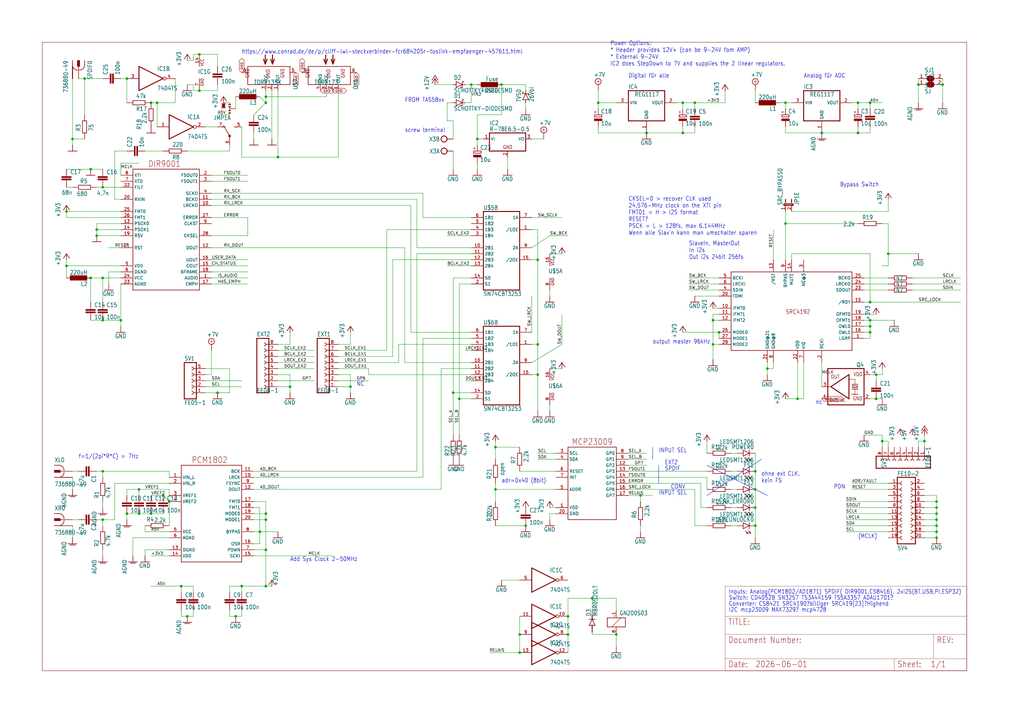
<source format=kicad_sch>
(kicad_sch (version 20231120) (generator "eeschema") (generator_version "8.0")
  (paper "User" 430.454 303.073)
  (junction (at 238.76 259.08))
  (junction (at 251.46 43.18))
  (junction (at 43.18 218.44))
  (junction (at 396.24 35.56))
  (junction (at 330.2 43.18))
  (junction (at 43.18 134.62))
  (junction (at 218.44 266.7))
  (junction (at 210.82 35.56))
  (junction (at 111.76 43.18))
  (junction (at 322.58 154.94))
  (junction (at 50.8 134.62))
  (junction (at 317.5 220.98))
  (junction (at 393.7 218.44))
  (junction (at 190.5 165.1))
  (junction (at 226.06 157.48))
  (junction (at 208.28 187.96))
  (junction (at 111.76 40.64))
  (junction (at 393.7 226.06))
  (junction (at 287.02 43.18))
  (junction (at 248.92 251.46))
  (junction (at 302.26 139.7))
  (junction (at 360.68 43.18))
  (junction (at 71.12 210.82))
  (junction (at 53.34 215.9))
  (junction (at 58.42 215.9))
  (junction (at 226.06 144.78))
  (junction (at 386.08 35.56))
  (junction (at 76.2 246.38))
  (junction (at 78.74 259.08))
  (junction (at 198.12 35.56))
  (junction (at 370.84 185.42))
  (junction (at 271.78 55.88))
  (junction (at 147.32 162.56))
  (junction (at 226.06 109.22))
  (junction (at 40.64 96.52))
  (junction (at 58.42 205.74))
  (junction (at 99.06 259.08))
  (junction (at 208.28 205.74))
  (junction (at 116.84 66.04))
  (junction (at 269.24 208.28))
  (junction (at 111.76 246.38))
  (junction (at 317.5 205.74))
  (junction (at 393.7 210.82))
  (junction (at 259.08 266.7))
  (junction (at 299.72 144.78))
  (junction (at 109.22 223.52))
  (junction (at 200.66 58.42))
  (junction (at 35.56 33.02))
  (junction (at 218.44 274.32))
  (junction (at 317.5 213.36))
  (junction (at 101.6 246.38))
  (junction (at 83.82 38.1))
  (junction (at 335.28 167.64))
  (junction (at 238.76 266.7))
  (junction (at 27.94 88.9))
  (junction (at 43.18 198.12))
  (junction (at 121.92 162.56))
  (junction (at 111.76 215.9))
  (junction (at 30.48 58.42))
  (junction (at 111.76 218.44))
  (junction (at 27.94 111.76))
  (junction (at 393.7 213.36))
  (junction (at 220.98 220.98))
  (junction (at 365.76 43.18))
  (junction (at 360.68 55.88))
  (junction (at 365.76 139.7))
  (junction (at 368.3 157.48))
  (junction (at 68.58 208.28))
  (junction (at 43.18 116.84))
  (junction (at 63.5 43.18))
  (junction (at 111.76 231.14))
  (junction (at 292.1 43.18))
  (junction (at 345.44 55.88))
  (junction (at 299.72 134.62))
  (junction (at 63.5 215.9))
  (junction (at 393.7 220.98))
  (junction (at 388.62 185.42))
  (junction (at 330.2 93.98))
  (junction (at 317.5 198.12))
  (junction (at 66.04 43.18))
  (junction (at 38.1 71.12))
  (junction (at 83.82 22.86))
  (junction (at 40.64 99.06))
  (junction (at 53.34 33.02))
  (junction (at 373.38 106.68))
  (junction (at 393.7 215.9))
  (junction (at 287.02 55.88))
  (junction (at 368.3 167.64))
  (junction (at 193.04 167.64))
  (junction (at 365.76 134.62))
  (junction (at 43.18 78.74))
  (junction (at 393.7 223.52))
  (junction (at 365.76 137.16))
  (junction (at 91.44 165.1))
  (junction (at 38.1 116.84))
  (junction (at 365.76 127))
  (wire (pts (xy 96.52 63.5) (xy 96.52 60.96)) (stroke (width 0.1524)))
  (wire (pts (xy 248.92 259.08) (xy 248.92 251.46)) (stroke (width 0.1524)))
  (wire (pts (xy 198.12 147.32) (xy 195.58 147.32)) (stroke (width 0.1524)))
  (wire (pts (xy 365.76 45.72) (xy 365.76 43.18)) (stroke (width 0.1524)))
  (wire (pts (xy 81.28 246.38) (xy 76.2 246.38)) (stroke (width 0.1524)))
  (wire (pts (xy 63.5 215.9) (xy 68.58 215.9)) (stroke (width 0.1524)))
  (wire (pts (xy 388.62 187.96) (xy 388.62 185.42)) (stroke (width 0.1524)))
  (wire (pts (xy 154.94 154.94) (xy 154.94 157.48)) (stroke (width 0.1524)))
  (wire (pts (xy 393.7 218.44) (xy 388.62 218.44)) (stroke (width 0.1524)))
  (wire (pts (xy 185.42 154.94) (xy 198.12 154.94)) (stroke (width 0.1524)))
  (wire (pts (xy 142.24 157.48) (xy 147.32 157.48)) (stroke (width 0.1524)))
  (wire (pts (xy 60.96 233.68) (xy 60.96 231.14)) (stroke (width 0.1524)))
  (wire (pts (xy 223.52 139.7) (xy 223.52 124.46)) (stroke (width 0.1524)))
  (wire (pts (xy 307.34 205.74) (xy 309.88 205.74)) (stroke (width 0.1524)))
  (wire (pts (xy 264.16 198.12) (xy 297.18 198.12)) (stroke (width 0.1524)))
  (wire (pts (xy 66.04 53.34) (xy 66.04 43.18)) (stroke (width 0.1524)))
  (wire (pts (xy 302.26 144.78) (xy 299.72 144.78)) (stroke (width 0.1524)))
  (wire (pts (xy 99.06 259.08) (xy 96.52 259.08)) (stroke (width 0.1524)))
  (wire (pts (xy 363.22 121.92) (xy 373.38 121.92)) (stroke (width 0.1524)))
  (wire (pts (xy 370.84 182.88) (xy 370.84 185.42)) (stroke (width 0.1524)))
  (wire (pts (xy 200.66 58.42) (xy 203.2 58.42)) (stroke (width 0.1524)))
  (wire (pts (xy 45.72 114.3) (xy 45.72 119.38)) (stroke (width 0.1524)))
  (wire (pts (xy 233.68 193.04) (xy 226.06 193.04)) (stroke (width 0.1524)))
  (wire (pts (xy 365.76 127) (xy 403.86 127)) (stroke (width 0.1524)))
  (wire (pts (xy 86.36 53.34) (xy 91.44 53.34)) (stroke (width 0.1524)))
  (wire (pts (xy 317.5 43.18) (xy 317.5 38.1)) (stroke (width 0.1524)))
  (wire (pts (xy 43.18 218.44) (xy 48.26 218.44)) (stroke (width 0.1524)))
  (wire (pts (xy 360.68 55.88) (xy 365.76 55.88)) (stroke (width 0.1524)))
  (wire (pts (xy 78.74 35.56) (xy 81.28 35.56)) (stroke (width 0.1524)))
  (wire (pts (xy 236.22 132.08) (xy 236.22 144.78)) (stroke (width 0.1524)))
  (wire (pts (xy 96.52 43.18) (xy 93.98 43.18)) (stroke (width 0.1524)))
  (wire (pts (xy 251.46 43.18) (xy 259.08 43.18)) (stroke (width 0.1524)))
  (wire (pts (xy 101.6 246.38) (xy 111.76 246.38)) (stroke (width 0.1524)))
  (wire (pts (xy 71.12 210.82) (xy 68.58 208.28)) (stroke (width 0.1524)))
  (wire (pts (xy 198.12 99.06) (xy 187.96 99.06)) (stroke (width 0.1524)))
  (wire (pts (xy 101.6 53.34) (xy 101.6 66.04)) (stroke (width 0.1524)))
  (wire (pts (xy 251.46 45.72) (xy 251.46 43.18)) (stroke (width 0.1524)))
  (wire (pts (xy 360.68 45.72) (xy 360.68 43.18)) (stroke (width 0.1524)))
  (wire (pts (xy 238.76 251.46) (xy 238.76 259.08)) (stroke (width 0.1524)))
  (wire (pts (xy 264.16 190.5) (xy 271.78 190.5)) (stroke (width 0.1524)))
  (wire (pts (xy 365.76 43.18) (xy 370.84 43.18)) (stroke (width 0.1524)))
  (wire (pts (xy 370.84 185.42) (xy 373.38 185.42)) (stroke (width 0.1524)))
  (wire (pts (xy 365.76 142.24) (xy 363.22 142.24)) (stroke (width 0.1524)))
  (wire (pts (xy 40.64 96.52) (xy 50.8 96.52)) (stroke (width 0.1524)))
  (wire (pts (xy 55.88 226.06) (xy 71.12 226.06)) (stroke (width 0.1524)))
  (wire (pts (xy 86.36 165.1) (xy 91.44 165.1)) (stroke (width 0.1524)))
  (wire (pts (xy 325.12 109.22) (xy 325.12 96.52)) (stroke (width 0.1524)))
  (wire (pts (xy 53.34 215.9) (xy 58.42 215.9)) (stroke (width 0.1524)))
  (wire (pts (xy 111.76 218.44) (xy 111.76 215.9)) (stroke (width 0.1524)))
  (wire (pts (xy 172.72 139.7) (xy 198.12 139.7)) (stroke (width 0.1524)))
  (wire (pts (xy 238.76 266.7) (xy 238.76 259.08)) (stroke (width 0.1524)))
  (wire (pts (xy 373.38 220.98) (xy 355.6 220.98)) (stroke (width 0.1524)))
  (wire (pts (xy 393.7 223.52) (xy 388.62 223.52)) (stroke (width 0.1524)))
  (wire (pts (xy 335.28 167.64) (xy 335.28 152.4)) (stroke (width 0.1524)))
  (wire (pts (xy 96.52 246.38) (xy 101.6 246.38)) (stroke (width 0.1524)))
  (wire (pts (xy 302.26 139.7) (xy 287.02 139.7)) (stroke (width 0.1524)))
  (wire (pts (xy 109.22 40.64) (xy 111.76 43.18)) (stroke (width 0.1524)))
  (wire (pts (xy 210.82 35.56) (xy 210.82 48.26)) (stroke (width 0.1524)))
  (wire (pts (xy 116.84 152.4) (xy 132.08 152.4)) (stroke (width 0.1524)))
  (wire (pts (xy 345.44 152.4) (xy 345.44 162.56)) (stroke (width 0.1524)))
  (wire (pts (xy 170.18 152.4) (xy 198.12 152.4)) (stroke (width 0.1524)))
  (wire (pts (xy 360.68 55.88) (xy 360.68 53.34)) (stroke (width 0.1524)))
  (wire (pts (xy 30.48 78.74) (xy 27.94 78.74)) (stroke (width 0.1524)))
  (wire (pts (xy 88.9 104.14) (xy 170.18 104.14)) (stroke (width 0.1524)))
  (wire (pts (xy 200.66 60.96) (xy 200.66 58.42)) (stroke (width 0.1524)))
  (wire (pts (xy 50.8 104.14) (xy 45.72 104.14)) (stroke (width 0.1524)))
  (wire (pts (xy 218.44 259.08) (xy 218.44 266.7)) (stroke (width 0.1524)))
  (wire (pts (xy 365.76 127) (xy 365.76 106.68)) (stroke (width 0.1524)))
  (wire (pts (xy 142.24 144.78) (xy 147.32 144.78)) (stroke (width 0.1524)))
  (wire (pts (xy 116.84 149.86) (xy 132.08 149.86)) (stroke (width 0.1524)))
  (wire (pts (xy 393.7 215.9) (xy 393.7 213.36)) (stroke (width 0.1524)))
  (wire (pts (xy 388.62 185.42) (xy 388.62 182.88)) (stroke (width 0.1524)))
  (wire (pts (xy 111.76 215.9) (xy 111.76 210.82)) (stroke (width 0.1524)))
  (wire (pts (xy 81.28 22.86) (xy 83.82 22.86)) (stroke (width 0.1524)))
  (wire (pts (xy 121.92 144.78) (xy 121.92 139.7)) (stroke (width 0.1524)))
  (wire (pts (xy 30.48 205.74) (xy 30.48 200.66)) (stroke (width 0.1524)))
  (wire (pts (xy 43.18 116.84) (xy 38.1 116.84)) (stroke (width 0.1524)))
  (wire (pts (xy 190.5 50.8) (xy 190.5 58.42)) (stroke (width 0.1524)))
  (wire (pts (xy 76.2 246.38) (xy 63.5 246.38)) (stroke (width 0.1524)))
  (wire (pts (xy 96.52 259.08) (xy 96.52 256.54)) (stroke (width 0.1524)))
  (wire (pts (xy 297.18 220.98) (xy 292.1 220.98)) (stroke (width 0.1524)))
  (wire (pts (xy 40.64 218.44) (xy 43.18 218.44)) (stroke (width 0.1524)))
  (wire (pts (xy 231.14 172.72) (xy 231.14 170.18)) (stroke (width 0.1524)))
  (wire (pts (xy 116.84 160.02) (xy 132.08 160.02)) (stroke (width 0.1524)))
  (wire (pts (xy 50.8 116.84) (xy 43.18 116.84)) (stroke (width 0.1524)))
  (wire (pts (xy 373.38 203.2) (xy 358.14 203.2)) (stroke (width 0.1524)))
  (wire (pts (xy 393.7 226.06) (xy 393.7 223.52)) (stroke (width 0.1524)))
  (wire (pts (xy 48.26 203.2) (xy 71.12 203.2)) (stroke (width 0.1524)))
  (wire (pts (xy 88.9 109.22) (xy 104.14 109.22)) (stroke (width 0.1524)))
  (wire (pts (xy 53.34 43.18) (xy 53.34 33.02)) (stroke (width 0.1524)))
  (wire (pts (xy 322.58 154.94) (xy 322.58 152.4)) (stroke (width 0.1524)))
  (wire (pts (xy 48.26 83.82) (xy 48.26 63.5)) (stroke (width 0.1524)))
  (wire (pts (xy 393.7 218.44) (xy 393.7 215.9)) (stroke (width 0.1524)))
  (wire (pts (xy 292.1 55.88) (xy 287.02 55.88)) (stroke (width 0.1524)))
  (wire (pts (xy 358.14 43.18) (xy 360.68 43.18)) (stroke (width 0.1524)))
  (wire (pts (xy 50.8 83.82) (xy 48.26 83.82)) (stroke (width 0.1524)))
  (wire (pts (xy 236.22 106.68) (xy 231.14 106.68)) (stroke (width 0.1524)))
  (wire (pts (xy 50.8 134.62) (xy 50.8 119.38)) (stroke (width 0.1524)))
  (wire (pts (xy 88.9 76.2) (xy 104.14 76.2)) (stroke (width 0.1524)))
  (wire (pts (xy 175.26 83.82) (xy 175.26 104.14)) (stroke (width 0.1524)))
  (polyline (pts (xy 322.58 208.28) (xy 297.18 195.58)) (stroke (width 0.1524) (type solid)))
  (wire (pts (xy 363.22 139.7) (xy 365.76 139.7)) (stroke (width 0.1524)))
  (wire (pts (xy 40.64 93.98) (xy 50.8 93.98)) (stroke (width 0.1524)))
  (wire (pts (xy 30.48 226.06) (xy 30.48 220.98)) (stroke (width 0.1524)))
  (wire (pts (xy 370.84 111.76) (xy 373.38 111.76)) (stroke (width 0.1524)))
  (wire (pts (xy 193.04 167.64) (xy 193.04 182.88)) (stroke (width 0.1524)))
  (wire (pts (xy 177.8 200.66) (xy 177.8 142.24)) (stroke (width 0.1524)))
  (wire (pts (xy 307.34 213.36) (xy 309.88 213.36)) (stroke (width 0.1524)))
  (wire (pts (xy 88.9 73.66) (xy 104.14 73.66)) (stroke (width 0.1524)))
  (wire (pts (xy 111.76 40.64) (xy 137.16 40.64)) (stroke (width 0.1524)))
  (wire (pts (xy 345.44 55.88) (xy 360.68 55.88)) (stroke (width 0.1524)))
  (wire (pts (xy 386.08 187.96) (xy 386.08 185.42)) (stroke (width 0.1524)))
  (wire (pts (xy 111.76 231.14) (xy 111.76 246.38)) (stroke (width 0.1524)))
  (wire (pts (xy 43.18 220.98) (xy 43.18 218.44)) (stroke (width 0.1524)))
  (wire (pts (xy 121.92 162.56) (xy 121.92 165.1)) (stroke (width 0.1524)))
  (wire (pts (xy 106.68 228.6) (xy 109.22 228.6)) (stroke (width 0.1524)))
  (wire (pts (xy 302.26 129.54) (xy 299.72 129.54)) (stroke (width 0.1524)))
  (polyline (pts (xy 297.18 208.28) (xy 320.04 193.04)) (stroke (width 0.1524) (type solid)))
  (wire (pts (xy 370.84 157.48) (xy 368.3 157.48)) (stroke (width 0.1524)))
  (wire (pts (xy 53.34 205.74) (xy 53.34 208.28)) (stroke (width 0.1524)))
  (wire (pts (xy 101.6 259.08) (xy 101.6 256.54)) (stroke (width 0.1524)))
  (wire (pts (xy 370.84 187.96) (xy 370.84 185.42)) (stroke (width 0.1524)))
  (wire (pts (xy 142.24 162.56) (xy 147.32 162.56)) (stroke (width 0.1524)))
  (wire (pts (xy 38.1 71.12) (xy 27.94 71.12)) (stroke (width 0.1524)))
  (wire (pts (xy 370.84 154.94) (xy 370.84 157.48)) (stroke (width 0.1524)))
  (wire (pts (xy 210.82 243.84) (xy 218.44 243.84)) (stroke (width 0.1524)))
  (wire (pts (xy 195.58 35.56) (xy 198.12 35.56)) (stroke (width 0.1524)))
  (wire (pts (xy 142.24 149.86) (xy 165.1 149.86)) (stroke (width 0.1524)))
  (wire (pts (xy 76.2 259.08) (xy 76.2 256.54)) (stroke (width 0.1524)))
  (wire (pts (xy 259.08 251.46) (xy 259.08 256.54)) (stroke (width 0.1524)))
  (wire (pts (xy 73.66 43.18) (xy 66.04 43.18)) (stroke (width 0.1524)))
  (wire (pts (xy 116.84 38.1) (xy 116.84 66.04)) (stroke (width 0.1524)))
  (wire (pts (xy 190.5 165.1) (xy 190.5 182.88)) (stroke (width 0.1524)))
  (wire (pts (xy 147.32 157.48) (xy 147.32 162.56)) (stroke (width 0.1524)))
  (wire (pts (xy 76.2 248.92) (xy 76.2 246.38)) (stroke (width 0.1524)))
  (wire (pts (xy 383.54 119.38) (xy 403.86 119.38)) (stroke (width 0.1524)))
  (wire (pts (xy 88.9 119.38) (xy 104.14 119.38)) (stroke (width 0.1524)))
  (wire (pts (xy 96.52 248.92) (xy 96.52 246.38)) (stroke (width 0.1524)))
  (wire (pts (xy 330.2 45.72) (xy 330.2 43.18)) (stroke (width 0.1524)))
  (wire (pts (xy 88.9 81.28) (xy 177.8 81.28)) (stroke (width 0.1524)))
  (wire (pts (xy 40.64 198.12) (xy 43.18 198.12)) (stroke (width 0.1524)))
  (wire (pts (xy 78.74 259.08) (xy 76.2 259.08)) (stroke (width 0.1524)))
  (wire (pts (xy 33.02 33.02) (xy 35.56 33.02)) (stroke (width 0.1524)))
  (wire (pts (xy 223.52 104.14) (xy 231.14 99.06)) (stroke (width 0.1524)))
  (wire (pts (xy 373.38 205.74) (xy 358.14 205.74)) (stroke (width 0.1524)))
  (wire (pts (xy 167.64 144.78) (xy 198.12 144.78)) (stroke (width 0.1524)))
  (wire (pts (xy 302.26 121.92) (xy 289.56 121.92)) (stroke (width 0.1524)))
  (wire (pts (xy 198.12 43.18) (xy 195.58 43.18)) (stroke (width 0.1524)))
  (wire (pts (xy 88.9 114.3) (xy 104.14 114.3)) (stroke (width 0.1524)))
  (wire (pts (xy 30.48 198.12) (xy 33.02 198.12)) (stroke (width 0.1524)))
  (wire (pts (xy 50.8 78.74) (xy 43.18 78.74)) (stroke (width 0.1524)))
  (wire (pts (xy 142.24 66.04) (xy 116.84 66.04)) (stroke (width 0.1524)))
  (wire (pts (xy 167.64 152.4) (xy 167.64 144.78)) (stroke (width 0.1524)))
  (wire (pts (xy 297.18 185.42) (xy 297.18 190.5)) (stroke (width 0.1524)))
  (wire (pts (xy 40.64 99.06) (xy 50.8 99.06)) (stroke (width 0.1524)))
  (wire (pts (xy 81.28 25.4) (xy 81.28 22.86)) (stroke (width 0.1524)))
  (wire (pts (xy 116.84 157.48) (xy 121.92 157.48)) (stroke (width 0.1524)))
  (wire (pts (xy 236.22 154.94) (xy 231.14 154.94)) (stroke (width 0.1524)))
  (wire (pts (xy 111.76 246.38) (xy 114.3 246.38)) (stroke (width 0.1524)))
  (wire (pts (xy 269.24 223.52) (xy 269.24 220.98)) (stroke (width 0.1524)))
  (wire (pts (xy 218.44 266.7) (xy 218.44 274.32)) (stroke (width 0.1524)))
  (wire (pts (xy 43.18 198.12) (xy 71.12 198.12)) (stroke (width 0.1524)))
  (wire (pts (xy 292.1 43.18) (xy 304.8 43.18)) (stroke (width 0.1524)))
  (wire (pts (xy 111.76 210.82) (xy 106.68 210.82)) (stroke (width 0.1524)))
  (wire (pts (xy 147.32 144.78) (xy 147.32 139.7)) (stroke (width 0.1524)))
  (wire (pts (xy 101.6 248.92) (xy 101.6 246.38)) (stroke (width 0.1524)))
  (wire (pts (xy 198.12 160.02) (xy 195.58 160.02)) (stroke (width 0.1524)))
  (wire (pts (xy 99.06 40.64) (xy 99.06 45.72)) (stroke (width 0.1524)))
  (wire (pts (xy 43.18 71.12) (xy 38.1 71.12)) (stroke (width 0.1524)))
  (wire (pts (xy 248.92 251.46) (xy 238.76 251.46)) (stroke (width 0.1524)))
  (wire (pts (xy 96.52 165.1) (xy 91.44 165.1)) (stroke (width 0.1524)))
  (wire (pts (xy 177.8 91.44) (xy 198.12 91.44)) (stroke (width 0.1524)))
  (wire (pts (xy 27.94 116.84) (xy 27.94 111.76)) (stroke (width 0.1524)))
  (wire (pts (xy 373.38 215.9) (xy 355.6 215.9)) (stroke (width 0.1524)))
  (wire (pts (xy 114.3 58.42) (xy 114.3 38.1)) (stroke (width 0.1524)))
  (wire (pts (xy 393.7 220.98) (xy 393.7 218.44)) (stroke (width 0.1524)))
  (wire (pts (xy 208.28 205.74) (xy 208.28 210.82)) (stroke (width 0.1524)))
  (wire (pts (xy 294.64 203.2) (xy 264.16 203.2)) (stroke (width 0.1524)))
  (wire (pts (xy 198.12 35.56) (xy 198.12 43.18)) (stroke (width 0.1524)))
  (wire (pts (xy 264.16 200.66) (xy 297.18 200.66)) (stroke (width 0.1524)))
  (wire (pts (xy 187.96 50.8) (xy 187.96 43.18)) (stroke (width 0.1524)))
  (wire (pts (xy 330.2 43.18) (xy 332.74 43.18)) (stroke (width 0.1524)))
  (wire (pts (xy 297.18 205.74) (xy 297.18 200.66)) (stroke (width 0.1524)))
  (wire (pts (xy 228.6 58.42) (xy 223.52 58.42)) (stroke (width 0.1524)))
  (wire (pts (xy 365.76 106.68) (xy 332.74 106.68)) (stroke (width 0.1524)))
  (wire (pts (xy 190.5 116.84) (xy 190.5 165.1)) (stroke (width 0.1524)))
  (wire (pts (xy 325.12 154.94) (xy 322.58 154.94)) (stroke (width 0.1524)))
  (wire (pts (xy 43.18 233.68) (xy 43.18 231.14)) (stroke (width 0.1524)))
  (wire (pts (xy 248.92 251.46) (xy 259.08 251.46)) (stroke (width 0.1524)))
  (wire (pts (xy 208.28 220.98) (xy 220.98 220.98)) (stroke (width 0.1524)))
  (wire (pts (xy 365.76 137.16) (xy 365.76 134.62)) (stroke (width 0.1524)))
  (wire (pts (xy 142.24 38.1) (xy 142.24 66.04)) (stroke (width 0.1524)))
  (wire (pts (xy 307.34 190.5) (xy 309.88 190.5)) (stroke (width 0.1524)))
  (wire (pts (xy 43.18 134.62) (xy 38.1 134.62)) (stroke (width 0.1524)))
  (wire (pts (xy 109.22 223.52) (xy 106.68 223.52)) (stroke (width 0.1524)))
  (wire (pts (xy 373.38 106.68) (xy 386.08 106.68)) (stroke (width 0.1524)))
  (wire (pts (xy 363.22 134.62) (xy 365.76 134.62)) (stroke (width 0.1524)))
  (wire (pts (xy 50.8 73.66) (xy 50.8 68.58)) (stroke (width 0.1524)))
  (wire (pts (xy 233.68 190.5) (xy 226.06 190.5)) (stroke (width 0.1524)))
  (wire (pts (xy 226.06 109.22) (xy 226.06 96.52)) (stroke (width 0.1524)))
  (wire (pts (xy 200.66 35.56) (xy 198.12 35.56)) (stroke (width 0.1524)))
  (wire (pts (xy 170.18 104.14) (xy 170.18 152.4)) (stroke (width 0.1524)))
  (wire (pts (xy 86.36 157.48) (xy 88.9 157.48)) (stroke (width 0.1524)))
  (wire (pts (xy 322.58 157.48) (xy 322.58 154.94)) (stroke (width 0.1524)))
  (wire (pts (xy 208.28 187.96) (xy 208.28 185.42)) (stroke (width 0.1524)))
  (wire (pts (xy 365.76 139.7) (xy 365.76 137.16)) (stroke (width 0.1524)))
  (wire (pts (xy 154.94 157.48) (xy 198.12 157.48)) (stroke (width 0.1524)))
  (wire (pts (xy 142.24 152.4) (xy 167.64 152.4)) (stroke (width 0.1524)))
  (wire (pts (xy 337.82 167.64) (xy 337.82 152.4)) (stroke (width 0.1524)))
  (wire (pts (xy 220.98 45.72) (xy 220.98 43.18)) (stroke (width 0.1524)))
  (wire (pts (xy 226.06 109.22) (xy 223.52 109.22)) (stroke (width 0.1524)))
  (wire (pts (xy 368.3 160.02) (xy 368.3 157.48)) (stroke (width 0.1524)))
  (wire (pts (xy 109.22 228.6) (xy 109.22 223.52)) (stroke (width 0.1524)))
  (wire (pts (xy 386.08 43.18) (xy 386.08 35.56)) (stroke (width 0.1524)))
  (wire (pts (xy 91.44 22.86) (xy 83.82 22.86)) (stroke (width 0.1524)))
  (wire (pts (xy 88.9 111.76) (xy 104.14 111.76)) (stroke (width 0.1524)))
  (wire (pts (xy 226.06 96.52) (xy 223.52 96.52)) (stroke (width 0.1524)))
  (wire (pts (xy 27.94 109.22) (xy 27.94 111.76)) (stroke (width 0.1524)))
  (wire (pts (xy 96.52 48.26) (xy 91.44 48.26)) (stroke (width 0.1524)))
  (wire (pts (xy 58.42 215.9) (xy 63.5 215.9)) (stroke (width 0.1524)))
  (wire (pts (xy 177.8 81.28) (xy 177.8 91.44)) (stroke (width 0.1524)))
  (wire (pts (xy 60.96 63.5) (xy 68.58 63.5)) (stroke (width 0.1524)))
  (wire (pts (xy 210.82 35.56) (xy 220.98 35.56)) (stroke (width 0.1524)))
  (wire (pts (xy 190.5 50.8) (xy 187.96 50.8)) (stroke (width 0.1524)))
  (wire (pts (xy 287.02 45.72) (xy 287.02 43.18)) (stroke (width 0.1524)))
  (wire (pts (xy 182.88 35.56) (xy 190.5 35.56)) (stroke (width 0.1524)))
  (wire (pts (xy 360.68 93.98) (xy 330.2 93.98)) (stroke (width 0.1524)))
  (wire (pts (xy 71.12 223.52) (xy 60.96 223.52)) (stroke (width 0.1524)))
  (wire (pts (xy 332.74 106.68) (xy 332.74 109.22)) (stroke (width 0.1524)))
  (wire (pts (xy 43.18 78.74) (xy 40.64 78.74)) (stroke (width 0.1524)))
  (wire (pts (xy 104.14 99.06) (xy 104.14 91.44)) (stroke (width 0.1524)))
  (wire (pts (xy 177.8 142.24) (xy 198.12 142.24)) (stroke (width 0.1524)))
  (wire (pts (xy 373.38 88.9) (xy 373.38 83.82)) (stroke (width 0.1524)))
  (wire (pts (xy 363.22 127) (xy 365.76 127)) (stroke (width 0.1524)))
  (wire (pts (xy 175.26 198.12) (xy 175.26 106.68)) (stroke (width 0.1524)))
  (wire (pts (xy 370.84 167.64) (xy 368.3 167.64)) (stroke (width 0.1524)))
  (wire (pts (xy 86.36 154.94) (xy 96.52 154.94)) (stroke (width 0.1524)))
  (wire (pts (xy 208.28 205.74) (xy 208.28 203.2)) (stroke (width 0.1524)))
  (wire (pts (xy 330.2 109.22) (xy 330.2 93.98)) (stroke (width 0.1524)))
  (wire (pts (xy 111.76 231.14) (xy 111.76 218.44)) (stroke (width 0.1524)))
  (wire (pts (xy 30.48 58.42) (xy 30.48 33.02)) (stroke (width 0.1524)))
  (wire (pts (xy 116.84 154.94) (xy 132.08 154.94)) (stroke (width 0.1524)))
  (wire (pts (xy 299.72 134.62) (xy 302.26 134.62)) (stroke (width 0.1524)))
  (wire (pts (xy 386.08 35.56) (xy 386.08 33.02)) (stroke (width 0.1524)))
  (wire (pts (xy 50.8 88.9) (xy 27.94 88.9)) (stroke (width 0.1524)))
  (wire (pts (xy 317.5 226.06) (xy 317.5 220.98)) (stroke (width 0.1524)))
  (wire (pts (xy 360.68 43.18) (xy 365.76 43.18)) (stroke (width 0.1524)))
  (wire (pts (xy 332.74 88.9) (xy 373.38 88.9)) (stroke (width 0.1524)))
  (wire (pts (xy 213.36 71.12) (xy 213.36 66.04)) (stroke (width 0.1524)))
  (wire (pts (xy 88.9 86.36) (xy 172.72 86.36)) (stroke (width 0.1524)))
  (wire (pts (xy 185.42 205.74) (xy 185.42 154.94)) (stroke (width 0.1524)))
  (wire (pts (xy 393.7 208.28) (xy 388.62 208.28)) (stroke (width 0.1524)))
  (wire (pts (xy 175.26 104.14) (xy 198.12 104.14)) (stroke (width 0.1524)))
  (wire (pts (xy 269.24 208.28) (xy 274.32 208.28)) (stroke (width 0.1524)))
  (wire (pts (xy 71.12 205.74) (xy 58.42 205.74)) (stroke (width 0.1524)))
  (wire (pts (xy 142.24 154.94) (xy 154.94 154.94)) (stroke (width 0.1524)))
  (wire (pts (xy 27.94 91.44) (xy 50.8 91.44)) (stroke (width 0.1524)))
  (wire (pts (xy 198.12 119.38) (xy 193.04 119.38)) (stroke (width 0.1524)))
  (wire (pts (xy 223.52 91.44) (xy 236.22 91.44)) (stroke (width 0.1524)))
  (wire (pts (xy 302.26 132.08) (xy 299.72 132.08)) (stroke (width 0.1524)))
  (wire (pts (xy 218.44 274.32) (xy 205.74 274.32)) (stroke (width 0.1524)))
  (wire (pts (xy 55.88 233.68) (xy 55.88 226.06)) (stroke (width 0.1524)))
  (wire (pts (xy 91.44 38.1) (xy 83.82 38.1)) (stroke (width 0.1524)))
  (wire (pts (xy 193.04 167.64) (xy 198.12 167.64)) (stroke (width 0.1524)))
  (wire (pts (xy 365.76 55.88) (xy 365.76 53.34)) (stroke (width 0.1524)))
  (wire (pts (xy 198.12 111.76) (xy 187.96 111.76)) (stroke (width 0.1524)))
  (wire (pts (xy 106.68 200.66) (xy 177.8 200.66)) (stroke (width 0.1524)))
  (wire (pts (xy 264.16 208.28) (xy 269.24 208.28)) (stroke (width 0.1524)))
  (wire (pts (xy 302.26 139.7) (xy 302.26 142.24)) (stroke (width 0.1524)))
  (wire (pts (xy 218.44 187.96) (xy 208.28 187.96)) (stroke (width 0.1524)))
  (wire (pts (xy 396.24 43.18) (xy 396.24 35.56)) (stroke (width 0.1524)))
  (wire (pts (xy 96.52 154.94) (xy 96.52 165.1)) (stroke (width 0.1524)))
  (wire (pts (xy 71.12 198.12) (xy 71.12 200.66)) (stroke (width 0.1524)))
  (wire (pts (xy 218.44 198.12) (xy 233.68 198.12)) (stroke (width 0.1524)))
  (wire (pts (xy 368.3 167.64) (xy 365.76 167.64)) (stroke (width 0.1524)))
  (wire (pts (xy 373.38 223.52) (xy 355.6 223.52)) (stroke (width 0.1524)))
  (wire (pts (xy 106.68 231.14) (xy 111.76 231.14)) (stroke (width 0.1524)))
  (wire (pts (xy 30.48 60.96) (xy 30.48 58.42)) (stroke (width 0.1524)))
  (wire (pts (xy 292.1 205.74) (xy 264.16 205.74)) (stroke (width 0.1524)))
  (wire (pts (xy 393.7 213.36) (xy 388.62 213.36)) (stroke (width 0.1524)))
  (wire (pts (xy 111.76 40.64) (xy 111.76 38.1)) (stroke (width 0.1524)))
  (wire (pts (xy 48.26 218.44) (xy 48.26 203.2)) (stroke (width 0.1524)))
  (wire (pts (xy 116.84 147.32) (xy 132.08 147.32)) (stroke (width 0.1524)))
  (wire (pts (xy 121.92 157.48) (xy 121.92 162.56)) (stroke (width 0.1524)))
  (wire (pts (xy 220.98 35.56) (xy 220.98 38.1)) (stroke (width 0.1524)))
  (wire (pts (xy 27.94 111.76) (xy 50.8 111.76)) (stroke (width 0.1524)))
  (wire (pts (xy 317.5 198.12) (xy 317.5 190.5)) (stroke (width 0.1524)))
  (wire (pts (xy 106.68 218.44) (xy 111.76 218.44)) (stroke (width 0.1524)))
  (wire (pts (xy 297.18 213.36) (xy 294.64 213.36)) (stroke (width 0.1524)))
  (wire (pts (xy 393.7 210.82) (xy 393.7 208.28)) (stroke (width 0.1524)))
  (wire (pts (xy 271.78 55.88) (xy 251.46 55.88)) (stroke (width 0.1524)))
  (wire (pts (xy 226.06 144.78) (xy 226.06 109.22)) (stroke (width 0.1524)))
  (wire (pts (xy 78.74 63.5) (xy 96.52 63.5)) (stroke (width 0.1524)))
  (wire (pts (xy 325.12 152.4) (xy 325.12 154.94)) (stroke (width 0.1524)))
  (wire (pts (xy 73.66 33.02) (xy 73.66 43.18)) (stroke (width 0.1524)))
  (wire (pts (xy 330.2 167.64) (xy 335.28 167.64)) (stroke (width 0.1524)))
  (wire (pts (xy 264.16 193.04) (xy 271.78 193.04)) (stroke (width 0.1524)))
  (wire (pts (xy 393.7 220.98) (xy 388.62 220.98)) (stroke (width 0.1524)))
  (wire (pts (xy 106.68 198.12) (xy 175.26 198.12)) (stroke (width 0.1524)))
  (wire (pts (xy 91.44 27.94) (xy 91.44 22.86)) (stroke (width 0.1524)))
  (wire (pts (xy 106.68 58.42) (xy 106.68 55.88)) (stroke (width 0.1524)))
  (wire (pts (xy 40.64 96.52) (xy 40.64 93.98)) (stroke (width 0.1524)))
  (wire (pts (xy 68.58 208.28) (xy 63.5 208.28)) (stroke (width 0.1524)))
  (wire (pts (xy 81.28 259.08) (xy 81.28 256.54)) (stroke (width 0.1524)))
  (wire (pts (xy 162.56 96.52) (xy 198.12 96.52)) (stroke (width 0.1524)))
  (wire (pts (xy 292.1 45.72) (xy 292.1 43.18)) (stroke (width 0.1524)))
  (wire (pts (xy 226.06 157.48) (xy 223.52 157.48)) (stroke (width 0.1524)))
  (wire (pts (xy 43.18 210.82) (xy 43.18 213.36)) (stroke (width 0.1524)))
  (wire (pts (xy 38.1 116.84) (xy 38.1 127)) (stroke (width 0.1524)))
  (wire (pts (xy 307.34 220.98) (xy 309.88 220.98)) (stroke (width 0.1524)))
  (wire (pts (xy 116.84 162.56) (xy 121.92 162.56)) (stroke (width 0.1524)))
  (wire (pts (xy 393.7 213.36) (xy 393.7 210.82)) (stroke (width 0.1524)))
  (wire (pts (xy 91.44 35.56) (xy 91.44 38.1)) (stroke (width 0.1524)))
  (wire (pts (xy 251.46 38.1) (xy 251.46 43.18)) (stroke (width 0.1524)))
  (wire (pts (xy 30.48 218.44) (xy 33.02 218.44)) (stroke (width 0.1524)))
  (wire (pts (xy 116.84 223.52) (xy 109.22 223.52)) (stroke (width 0.1524)))
  (wire (pts (xy 226.06 157.48) (xy 226.06 144.78)) (stroke (width 0.1524)))
  (wire (pts (xy 137.16 40.64) (xy 137.16 38.1)) (stroke (width 0.1524)))
  (wire (pts (xy 393.7 223.52) (xy 393.7 220.98)) (stroke (width 0.1524)))
  (wire (pts (xy 106.68 205.74) (xy 185.42 205.74)) (stroke (width 0.1524)))
  (wire (pts (xy 50.8 137.16) (xy 50.8 134.62)) (stroke (width 0.1524)))
  (wire (pts (xy 383.54 121.92) (xy 403.86 121.92)) (stroke (width 0.1524)))
  (wire (pts (xy 287.02 53.34) (xy 287.02 55.88)) (stroke (width 0.1524)))
  (wire (pts (xy 299.72 151.13) (xy 299.72 144.78)) (stroke (width 0.1524)))
  (wire (pts (xy 190.5 63.5) (xy 190.5 71.12)) (stroke (width 0.1524)))
  (wire (pts (xy 373.38 185.42) (xy 373.38 187.96)) (stroke (width 0.1524)))
  (wire (pts (xy 231.14 218.44) (xy 231.14 215.9)) (stroke (width 0.1524)))
  (wire (pts (xy 106.68 48.26) (xy 111.76 43.18)) (stroke (width 0.1524)))
  (wire (pts (xy 231.14 215.9) (xy 233.68 215.9)) (stroke (width 0.1524)))
  (wire (pts (xy 317.5 220.98) (xy 317.5 213.36)) (stroke (width 0.1524)))
  (wire (pts (xy 193.04 119.38) (xy 193.04 167.64)) (stroke (width 0.1524)))
  (wire (pts (xy 78.74 259.08) (xy 81.28 259.08)) (stroke (width 0.1524)))
  (wire (pts (xy 299.72 144.78) (xy 299.72 134.62)) (stroke (width 0.1524)))
  (wire (pts (xy 99.06 259.08) (xy 101.6 259.08)) (stroke (width 0.1524)))
  (wire (pts (xy 172.72 86.36) (xy 172.72 139.7)) (stroke (width 0.1524)))
  (wire (pts (xy 373.38 210.82) (xy 355.6 210.82)) (stroke (width 0.1524)))
  (wire (pts (xy 330.2 55.88) (xy 330.2 53.34)) (stroke (width 0.1524)))
  (wire (pts (xy 50.8 33.02) (xy 53.34 33.02)) (stroke (width 0.1524)))
  (wire (pts (xy 208.28 193.04) (xy 208.28 187.96)) (stroke (width 0.1524)))
  (wire (pts (xy 111.76 43.18) (xy 111.76 40.64)) (stroke (width 0.1524)))
  (wire (pts (xy 200.66 48.26) (xy 200.66 58.42)) (stroke (width 0.1524)))
  (wire (pts (xy 162.56 147.32) (xy 162.56 96.52)) (stroke (width 0.1524)))
  (wire (pts (xy 373.38 106.68) (xy 373.38 93.98)) (stroke (width 0.1524)))
  (wire (pts (xy 210.82 48.26) (xy 200.66 48.26)) (stroke (width 0.1524)))
  (wire (pts (xy 81.28 38.1) (xy 83.82 38.1)) (stroke (width 0.1524)))
  (wire (pts (xy 226.06 144.78) (xy 223.52 144.78)) (stroke (width 0.1524)))
  (wire (pts (xy 363.22 137.16) (xy 365.76 137.16)) (stroke (width 0.1524)))
  (wire (pts (xy 393.7 210.82) (xy 388.62 210.82)) (stroke (width 0.1524)))
  (wire (pts (xy 304.8 43.18) (xy 304.8 38.1)) (stroke (width 0.1524)))
  (wire (pts (xy 264.16 195.58) (xy 271.78 195.58)) (stroke (width 0.1524)))
  (wire (pts (xy 27.94 88.9) (xy 27.94 91.44)) (stroke (width 0.1524)))
  (wire (pts (xy 287.02 43.18) (xy 292.1 43.18)) (stroke (width 0.1524)))
  (wire (pts (xy 60.96 220.98) (xy 60.96 223.52)) (stroke (width 0.1524)))
  (wire (pts (xy 106.68 215.9) (xy 111.76 215.9)) (stroke (width 0.1524)))
  (wire (pts (xy 48.26 63.5) (xy 53.34 63.5)) (stroke (width 0.1524)))
  (wire (pts (xy 50.8 114.3) (xy 45.72 114.3)) (stroke (width 0.1524)))
  (wire (pts (xy 269.24 208.28) (xy 269.24 210.82)) (stroke (width 0.1524)))
  (wire (pts (xy 116.84 144.78) (xy 121.92 144.78)) (stroke (width 0.1524)))
  (wire (pts (xy 116.84 66.04) (xy 101.6 66.04)) (stroke (width 0.1524)))
  (wire (pts (xy 294.64 213.36) (xy 294.64 203.2)) (stroke (width 0.1524)))
  (wire (pts (xy 86.36 160.02) (xy 101.6 160.02)) (stroke (width 0.1524)))
  (wire (pts (xy 142.24 147.32) (xy 162.56 147.32)) (stroke (width 0.1524)))
  (wire (pts (xy 302.26 119.38) (xy 289.56 119.38)) (stroke (width 0.1524)))
  (polyline (pts (xy 276.86 195.58) (xy 276.86 203.2)) (stroke (width 0.1524) (type solid)))
  (wire (pts (xy 231.14 124.46) (xy 231.14 121.92)) (stroke (width 0.1524)))
  (wire (pts (xy 78.74 25.4) (xy 81.28 25.4)) (stroke (width 0.1524)))
  (wire (pts (xy 86.36 162.56) (xy 101.6 162.56)) (stroke (width 0.1524)))
  (wire (pts (xy 165.1 109.22) (xy 198.12 109.22)) (stroke (width 0.1524)))
  (wire (pts (xy 386.08 185.42) (xy 388.62 185.42)) (stroke (width 0.1524)))
  (wire (pts (xy 60.96 231.14) (xy 71.12 231.14)) (stroke (width 0.1524)))
  (wire (pts (xy 71.12 233.68) (xy 63.5 233.68)) (stroke (width 0.1524)))
  (wire (pts (xy 198.12 116.84) (xy 190.5 116.84)) (stroke (width 0.1524)))
  (wire (pts (xy 142.24 160.02) (xy 154.94 160.02)) (stroke (width 0.1524)))
  (wire (pts (xy 365.76 139.7) (xy 365.76 142.24)) (stroke (width 0.1524)))
  (wire (pts (xy 231.14 99.06) (xy 238.76 99.06)) (stroke (width 0.1524)))
  (wire (pts (xy 200.66 71.12) (xy 200.66 68.58)) (stroke (width 0.1524)))
  (wire (pts (xy 190.5 165.1) (xy 198.12 165.1)) (stroke (width 0.1524)))
  (wire (pts (xy 345.44 55.88) (xy 330.2 55.88)) (stroke (width 0.1524)))
  (wire (pts (xy 233.68 205.74) (xy 208.28 205.74)) (stroke (width 0.1524)))
  (wire (pts (xy 81.28 248.92) (xy 81.28 246.38)) (stroke (width 0.1524)))
  (wire (pts (xy 109.22 213.36) (xy 109.22 223.52)) (stroke (width 0.1524)))
  (wire (pts (xy 58.42 205.74) (xy 53.34 205.74)) (stroke (width 0.1524)))
  (wire (pts (xy 58.42 205.74) (xy 58.42 208.28)) (stroke (width 0.1524)))
  (wire (pts (xy 365.76 134.62) (xy 375.92 134.62)) (stroke (width 0.1524)))
  (wire (pts (xy 373.38 213.36) (xy 355.6 213.36)) (stroke (width 0.1524)))
  (wire (pts (xy 251.46 55.88) (xy 251.46 53.34)) (stroke (width 0.1524)))
  (wire (pts (xy 165.1 149.86) (xy 165.1 109.22)) (stroke (width 0.1524)))
  (wire (pts (xy 383.54 116.84) (xy 403.86 116.84)) (stroke (width 0.1524)))
  (wire (pts (xy 388.62 226.06) (xy 393.7 226.06)) (stroke (width 0.1524)))
  (wire (pts (xy 175.26 106.68) (xy 198.12 106.68)) (stroke (width 0.1524)))
  (wire (pts (xy 248.92 264.16) (xy 248.92 266.7)) (stroke (width 0.1524)))
  (wire (pts (xy 40.64 99.06) (xy 40.64 96.52)) (stroke (width 0.1524)))
  (wire (pts (xy 373.38 111.76) (xy 373.38 106.68)) (stroke (width 0.1524)))
  (wire (pts (xy 66.04 43.18) (xy 63.5 43.18)) (stroke (width 0.1524)))
  (wire (pts (xy 299.72 132.08) (xy 299.72 134.62)) (stroke (width 0.1524)))
  (wire (pts (xy 292.1 220.98) (xy 292.1 205.74)) (stroke (width 0.1524)))
  (wire (pts (xy 317.5 205.74) (xy 317.5 198.12)) (stroke (width 0.1524)))
  (wire (pts (xy 363.22 132.08) (xy 368.3 132.08)) (stroke (width 0.1524)))
  (wire (pts (xy 292.1 124.46) (xy 302.26 124.46)) (stroke (width 0.1524)))
  (wire (pts (xy 335.28 167.64) (xy 337.82 167.64)) (stroke (width 0.1524)))
  (wire (pts (xy 88.9 116.84) (xy 104.14 116.84)) (stroke (width 0.1524)))
  (wire (pts (xy 43.18 200.66) (xy 43.18 198.12)) (stroke (width 0.1524)))
  (wire (pts (xy 35.56 33.02) (xy 43.18 33.02)) (stroke (width 0.1524)))
  (wire (pts (xy 88.9 83.82) (xy 175.26 83.82)) (stroke (width 0.1524)))
  (wire (pts (xy 226.06 172.72) (xy 226.06 157.48)) (stroke (width 0.1524)))
  (wire (pts (xy 307.34 198.12) (xy 309.88 198.12)) (stroke (width 0.1524)))
  (wire (pts (xy 302.26 116.84) (xy 289.56 116.84)) (stroke (width 0.1524)))
  (wire (pts (xy 147.32 162.56) (xy 147.32 165.1)) (stroke (width 0.1524)))
  (wire (pts (xy 43.18 116.84) (xy 43.18 127)) (stroke (width 0.1524)))
  (wire (pts (xy 81.28 35.56) (xy 81.28 38.1)) (stroke (width 0.1524)))
  (wire (pts (xy 287.02 55.88) (xy 271.78 55.88)) (stroke (width 0.1524)))
  (wire (pts (xy 292.1 53.34) (xy 292.1 55.88)) (stroke (width 0.1524)))
  (wire (pts (xy 373.38 93.98) (xy 370.84 93.98)) (stroke (width 0.1524)))
  (wire (pts (xy 231.14 213.36) (xy 233.68 213.36)) (stroke (width 0.1524)))
  (wire (pts (xy 190.5 43.18) (xy 187.96 43.18)) (stroke (width 0.1524)))
  (wire (pts (xy 363.22 116.84) (xy 373.38 116.84)) (stroke (width 0.1524)))
  (wire (pts (xy 88.9 99.06) (xy 104.14 99.06)) (stroke (width 0.1524)))
  (polyline (pts (xy 274.32 187.96) (xy 274.32 193.04)) (stroke (width 0.1524) (type solid)))
  (wire (pts (xy 396.24 35.56) (xy 396.24 33.02)) (stroke (width 0.1524)))
  (wire (pts (xy 393.7 215.9) (xy 388.62 215.9)) (stroke (width 0.1524)))
  (wire (pts (xy 71.12 208.28) (xy 71.12 205.74)) (stroke (width 0.1524)))
  (wire (pts (xy 30.48 58.42) (xy 35.56 58.42)) (stroke (width 0.1524)))
  (wire (pts (xy 284.48 43.18) (xy 287.02 43.18)) (stroke (width 0.1524)))
  (wire (pts (xy 330.2 93.98) (xy 330.2 88.9)) (stroke (width 0.1524)))
  (wire (pts (xy 317.5 213.36) (xy 317.5 205.74)) (stroke (width 0.1524)))
  (wire (pts (xy 259.08 271.78) (xy 259.08 266.7)) (stroke (width 0.1524)))
  (wire (pts (xy 248.92 266.7) (xy 259.08 266.7)) (stroke (width 0.1524)))
  (wire (pts (xy 236.22 144.78) (xy 223.52 152.4)) (stroke (width 0.1524)))
  (wire (pts (xy 327.66 43.18) (xy 330.2 43.18)) (stroke (width 0.1524)))
  (wire (pts (xy 363.22 119.38) (xy 373.38 119.38)) (stroke (width 0.1524)))
  (wire (pts (xy 50.8 134.62) (xy 43.18 134.62)) (stroke (width 0.1524)))
  (wire (pts (xy 368.3 157.48) (xy 365.76 157.48)) (stroke (width 0.1524)))
  (wire (pts (xy 71.12 220.98) (xy 71.12 210.82)) (stroke (width 0.1524)))
  (wire (pts (xy 88.9 157.48) (xy 88.9 147.32)) (stroke (width 0.1524)))
  (wire (pts (xy 106.68 233.68) (xy 139.7 233.68)) (stroke (width 0.1524)))
  (wire (pts (xy 88.9 91.44) (xy 104.14 91.44)) (stroke (width 0.1524)))
  (wire (pts (xy 363.22 182.88) (xy 370.84 182.88)) (stroke (width 0.1524)))
  (wire (pts (xy 238.76 274.32) (xy 238.76 266.7)) (stroke (width 0.1524)))
  (wire (pts (xy 50.8 68.58) (xy 58.42 68.58)) (stroke (width 0.1524)))
  (wire (pts (xy 373.38 218.44) (xy 355.6 218.44)) (stroke (width 0.1524)))
  (wire (pts (xy 53.34 218.44) (xy 53.34 215.9)) (stroke (width 0.1524)))
  (wire (pts (xy 106.68 213.36) (xy 109.22 213.36)) (stroke (width 0.1524)))
  (wire (pts (xy 35.56 33.02) (xy 35.56 48.26)) (stroke (width 0.1524)))
  (text "CONV" (at 281.94 205.74 0) (effects (font (size 1.778 1.5113)) (justify left bottom)))
  (text "SPDIF" (at 279.4 198.12 0) (effects (font (size 1.778 1.5113)) (justify left bottom)))
  (text "Converter: CS8421 SRC4190?billiger SRC419[23]?Highend~{}" (at 306.324 255.016 0) (effects (font (size 1.778 1.5113)) (justify left bottom)))
  (text "adr=0x40 (8bit)" (at 210.82 203.2 0) (effects (font (size 1.778 1.5113)) (justify left bottom)))
  (text "https://www.conrad.de/de/p/cliff-lwl-steckverbinder-fcr684205r-toslink-empfaenger-457611.html" (at 101.6 22.86 0) (effects (font (size 1.778 1.5113)) (justify left bottom)))
  (text "Digital für alle" (at 264.16 33.02 0) (effects (font (size 1.778 1.5113)) (justify left bottom)))
  (text "FROM TAS58xx" (at 170.18 43.18 0) (effects (font (size 1.778 1.5113)) (justify left bottom)))
  (text "I2C mcp23009 MAX7329? mcp4728" (at 306.324 257.556 0) (effects (font (size 1.778 1.5113)) (justify left bottom)))
  (text "ohne ext CLK,\nkein FS" (at 320.04 203.2 0) (effects (font (size 1.778 1.5113)) (justify left bottom)))
  (text "PDN" (at 350.52 205.74 0) (effects (font (size 1.778 1.5113)) (justify left bottom)))
  (text "output master 96kHz" (at 274.32 144.78 0) (effects (font (size 1.778 1.5113)) (justify left bottom)))
  (text "Inputs: Analog(PCM1802/AD1871) SPDIF( DIR9001,CS8416), 2xI2S(BT,USB,PI,ESP32)" (at 306.324 249.936 0) (effects (font (size 1.778 1.5113)) (justify left bottom)))
  (text "Bypass Switch" (at 353.06 78.74 0) (effects (font (size 1.778 1.5113)) (justify left bottom)))
  (text "INPUT SEL" (at 276.86 208.28 0) (effects (font (size 1.778 1.5113)) (justify left bottom)))
  (text "EXT2" (at 279.4 195.58 0) (effects (font (size 1.778 1.5113)) (justify left bottom)))
  (text "nc" (at 342.9 170.18 0) (effects (font (size 1.778 1.5113)) (justify left bottom)))
  (text "f=1/(2pi*R*C) = 7Hz" (at 33.02 193.04 0) (effects (font (size 1.778 1.5113)) (justify left bottom)))
  (text "Power Options:\n* Header provides 12V+ (can be 9-24V fom AMP)\n* External 9-24V\nIC2 does StepDown to 7V and supplies the 2 linear regulators." (at 256.54 27.94 0) (effects (font (size 1.778 1.5113)) (justify left bottom)))
  (text "INPUT SEL" (at 276.86 190.5 0) (effects (font (size 1.778 1.5113)) (justify left bottom)))
  (text "SlaveIn, MasterOut\nIn i2s\nOut i2s 24bit 256fs" (at 289.56 109.22 0) (effects (font (size 1.778 1.5113)) (justify left bottom)))
  (text "Switch: CD4052B SN3257 TS3A44159 TS5A3357 ADAU1701?~{}" (at 306.324 252.476 0) (effects (font (size 1.778 1.5113)) (justify left bottom)))
  (text "Analog für ADC" (at 337.82 33.02 0) (effects (font (size 1.778 1.5113)) (justify left bottom)))
  (text "screw terminal" (at 170.18 55.88 0) (effects (font (size 1.778 1.5113)) (justify left bottom)))
  (text "(MCLK)" (at 360.68 226.568 0) (effects (font (size 1.778 1.5113)) (justify left bottom)))
  (text "Add Sys Clock 2-50MHz" (at 121.92 236.22 0) (effects (font (size 1.778 1.5113)) (justify left bottom)))
  (text "NC" (at 149.86 162.56 0) (effects (font (size 1.778 1.5113)) (justify left bottom)))
  (text "CKSEL=0 > recover CLK used\n24.576-MHz clock on the XTI pin\nFMT01 = H > I2S format\nRESET?\nPSCK = L > 128fs, max 6.144MHz\nWenn alle Slav'n kann man umschalter sparen ~{}" (at 264.16 99.06 0) (effects (font (size 1.778 1.5113)) (justify left bottom)))
  (label "CH_STATUS" (at 88.9 111.76 0) (effects (font (size 1.2446 1.2446))))
  (label "SW_LRCK" (at 223.52 137.16 90) (effects (font (size 1.2446 1.2446))))
  (label "AD_DOUT" (at 109.22 205.74 0) (effects (font (size 1.2446 1.2446))))
  (label "VIN2" (at 198.12 40.64 0) (effects (font (size 1.2446 1.2446))))
  (label "DOUT_EX2" (at 195.58 160.02 0) (effects (font (size 1.2446 1.2446))))
  (label "FSOUT0" (at 264.16 200.66 0) (effects (font (size 1.2446 1.2446))))
  (label "FSOUT1" (at 264.16 198.12 0) (effects (font (size 1.2446 1.2446))))
  (label "SW_SCLK" (at 226.06 91.44 0) (effects (font (size 1.2446 1.2446))))
  (label "SCLK_EX2" (at 187.96 99.06 0) (effects (font (size 1.2446 1.2446))))
  (label "HAS_EMPH" (at 91.44 119.38 0) (effects (font (size 1.2446 1.2446))))
  (label "A5V" (at 66.04 246.38 0) (effects (font (size 1.2446 1.2446))))
  (label "SDA" (at 226.06 193.04 0) (effects (font (size 1.2446 1.2446))))
  (label "RELAIS" (at 264.16 208.28 0) (effects (font (size 1.2446 1.2446))))
  (label "SEL_B" (at 193.04 177.8 90) (effects (font (size 1.2446 1.2446))))
  (label "SEL_A" (at 190.5 177.8 90) (effects (font (size 1.2446 1.2446))))
  (label "LRCLK" (at 396.24 119.38 0) (effects (font (size 1.2446 1.2446))))
  (label "RESET" (at 48.26 104.14 0) (effects (font (size 1.2446 1.2446))))
  (label "SCLK" (at 355.6 215.9 0) (effects (font (size 1.2446 1.2446))))
  (label "BCLK_EX2" (at 187.96 111.76 0) (effects (font (size 1.2446 1.2446))))
  (label "ADR/FAULT" (at 358.14 203.2 0) (effects (font (size 1.2446 1.2446))))
  (label "RX_BCK" (at 93.98 83.82 0) (effects (font (size 1.2446 1.2446))))
  (label "SDIN" (at 355.6 210.82 0) (effects (font (size 1.2446 1.2446))))
  (label "SDA" (at 355.6 220.98 0) (effects (font (size 1.2446 1.2446))))
  (label "GP6" (at 149.86 160.02 0) (effects (font (size 1.2446 1.2446))))
  (label "DOUT_EX2" (at 119.38 154.94 0) (effects (font (size 1.2446 1.2446))))
  (label "VREF2" (at 63.5 208.28 0) (effects (font (size 1.2446 1.2446))))
  (label "LRCLK" (at 355.6 218.44 0) (effects (font (size 1.2446 1.2446))))
  (label "BCLK_EX2" (at 119.38 149.86 0) (effects (font (size 1.2446 1.2446))))
  (label "USER_DATA" (at 88.9 109.22 0) (effects (font (size 1.2446 1.2446))))
  (label "A5V" (at 91.44 48.26 0) (effects (font (size 1.2446 1.2446))))
  (label "A5V" (at 365.76 43.18 0) (effects (font (size 1.2446 1.2446))))
  (label "RELAIS" (at 205.74 274.32 0) (effects (font (size 1.2446 1.2446))))
  (label "SCL" (at 88.9 162.56 0) (effects (font (size 1.2446 1.2446))))
  (label "SW_DOUT" (at 289.56 121.92 0) (effects (font (size 1.2446 1.2446))))
  (label "SRC_LOCK" (at 264.16 205.74 0) (effects (font (size 1.2446 1.2446))))
  (label "SW_BCK" (at 289.56 116.84 0) (effects (font (size 1.2446 1.2446))))
  (label "LRCK_EX2" (at 195.58 147.32 0) (effects (font (size 1.2446 1.2446))))
  (label "SCL" (at 355.6 223.52 0) (effects (font (size 1.2446 1.2446))))
  (label "ERROR" (at 264.16 203.2 0) (effects (font (size 1.2446 1.2446))))
  (label "LRCK_EX1" (at 144.78 152.4 0) (effects (font (size 1.2446 1.2446))))
  (label "DOUT_EX1" (at 144.78 154.94 0) (effects (font (size 1.2446 1.2446))))
  (label "RX_SCK" (at 93.98 81.28 0) (effects (font (size 1.2446 1.2446))))
  (label "A5V" (at 63.5 223.52 0) (effects (font (size 1.2446 1.2446))))
  (label "RX_DOUT" (at 93.98 104.14 0) (effects (font (size 1.2446 1.2446))))
  (label "FSOUT0" (at 93.98 73.66 0) (effects (font (size 1.2446 1.2446))))
  (label "RESET" (at 325.12 104.14 90) (effects (font (size 1.2446 1.2446))))
  (label "AD_BCK" (at 109.22 198.12 0) (effects (font (size 1.2446 1.2446))))
  (label "SW_BCK" (at 231.14 99.06 0) (effects (font (size 1.2446 1.2446))))
  (label "SEL_B" (at 264.16 193.04 0) (effects (font (size 1.2446 1.2446))))
  (label "SCLK_EX2" (at 119.38 147.32 0) (effects (font (size 1.2446 1.2446))))
  (label "MCLK" (at 345.44 157.48 0) (effects (font (size 1.2446 1.2446))))
  (label "LRCK_EX2" (at 119.38 152.4 0) (effects (font (size 1.2446 1.2446))))
  (label "FSOUT1" (at 93.98 76.2 0) (effects (font (size 1.2446 1.2446))))
  (label "GP7" (at 266.7 195.58 0) (effects (font (size 1.2446 1.2446))))
  (label "GND" (at 363.22 182.88 0) (effects (font (size 1.2446 1.2446))))
  (label "VREF1" (at 60.96 205.74 0) (effects (font (size 1.2446 1.2446))))
  (label "+3V3" (at 297.18 43.18 0) (effects (font (size 1.2446 1.2446))))
  (label "MCLK" (at 50.8 71.12 0) (effects (font (size 1.2446 1.2446))))
  (label "SW_DOUT" (at 236.22 144.78 90) (effects (font (size 1.2446 1.2446))))
  (label "SEL_A" (at 264.16 190.5 0) (effects (font (size 1.2446 1.2446))))
  (label "RX_LRCK" (at 93.98 86.36 0) (effects (font (size 1.2446 1.2446))))
  (label "SDIN" (at 396.24 121.92 0) (effects (font (size 1.2446 1.2446))))
  (label "SCLK_EX1" (at 144.78 147.32 0) (effects (font (size 1.2446 1.2446))))
  (label "SW_LRCK" (at 289.56 119.38 0) (effects (font (size 1.2446 1.2446))))
  (label "AD_LRCK" (at 109.22 200.66 0) (effects (font (size 1.2446 1.2446))))
  (label "RESET" (at 358.14 205.74 0) (effects (font (size 1.2446 1.2446))))
  (label "SDA" (at 88.9 160.02 0) (effects (font (size 1.2446 1.2446))))
  (label "+3V3" (at 63.5 233.68 0) (effects (font (size 1.2446 1.2446))))
  (label "SCL" (at 226.06 190.5 0) (effects (font (size 1.2446 1.2446))))
  (label "MCLK" (at 129.54 233.68 0) (effects (font (size 1.2446 1.2446))))
  (label "ERROR" (at 93.98 91.44 0) (effects (font (size 1.2446 1.2446))))
  (label "SDOUT" (at 355.6 213.36 0) (effects (font (size 1.2446 1.2446))))
  (label "IS_AUDIO" (at 91.44 116.84 0) (effects (font (size 1.2446 1.2446))))
  (label "SRC_LOCK" (at 386.08 127 0) (effects (font (size 1.2446 1.2446))))
  (label "GP7" (at 127 160.02 0) (effects (font (size 1.2446 1.2446))))
  (label "BCLK_EX1" (at 144.78 149.86 0) (effects (font (size 1.2446 1.2446))))
  (label "SCLK" (at 396.24 116.84 0) (effects (font (size 1.2446 1.2446))))
  (global_label "GND" (shape bidirectional) (at 139.7 38.1 0) (effects (font (size 1.016 1.016))) (property "Intersheetrefs" "${INTERSHEET_REFS}" (effects (hide yes))))
  (global_label "GND" (shape bidirectional) (at 101.6 30.48 90) (effects (font (size 1.016 1.016))) (property "Intersheetrefs" "${INTERSHEET_REFS}" (effects (hide yes))))
  (global_label "GND/NC" (shape bidirectional) (at 345.44 167.64 0) (effects (font (size 1.016 1.016))) (property "Intersheetrefs" "${INTERSHEET_REFS}" (effects (hide yes))))
  (global_label "GND" (shape bidirectional) (at 149.86 30.48 270) (effects (font (size 1.016 1.016))) (property "Intersheetrefs" "${INTERSHEET_REFS}" (effects (hide yes))))
  (global_label "GND" (shape bidirectional) (at 124.46 30.48 270) (effects (font (size 1.016 1.016))) (property "Intersheetrefs" "${INTERSHEET_REFS}" (effects (hide yes))))
  (global_label "GND" (shape bidirectional) (at 127 30.48 90) (effects (font (size 1.016 1.016))) (property "Intersheetrefs" "${INTERSHEET_REFS}" (effects (hide yes))))
  (global_label "GND" (shape bidirectional) (at 134.62 38.1 0) (effects (font (size 1.016 1.016))) (property "Intersheetrefs" "${INTERSHEET_REFS}" (effects (hide yes))))
  (symbol (lib_id "AMP2-IO-eagle-import:GND") (at 30.48 63.5 0) (unit 1)
    (property "Reference" "#GND31" (effects (hide yes)))
    (property "Value" "GND" (effects (hide yes)))
  )
  (symbol (lib_id "AMP2-IO-eagle-import:R-EU_R0603") (at 35.56 78.74 180) (unit 1)
    (property "Reference" "R5" (at 36.83 75.1586 0) (effects (font (size 1.778 1.5113)) (justify left bottom)))
    (property "Value" "680" (at 36.83 80.518 0) (effects (font (size 1.778 1.5113)) (justify left bottom)))
    (property "Footprint" "AMP2-IO:R0603" (effects (hide yes)))
  )
  (symbol (lib_id "AMP2-IO-eagle-import:FE08-1") (at 109.22 154.94 0) (unit 1)
    (property "Reference" "EXT2" (at 107.95 141.478 0) (effects (font (size 1.778 1.5113)) (justify left bottom)))
    (property "Value" "FE08-1" (at 107.95 165.1 0) (effects (font (size 1.778 1.5113)) (justify left bottom)))
    (property "Footprint" "AMP2-IO:FE08" (effects (hide yes)))
  )
  (symbol (lib_id "AMP2-IO-eagle-import:GND") (at 317.5 228.6 0) (unit 1)
    (property "Reference" "#GND26" (effects (hide yes)))
    (property "Value" "GND" (at 314.96 231.14 0) (effects (font (size 1.778 1.5113)) (justify left bottom)))
  )
  (symbol (lib_id "AMP2-IO-eagle-import:C-EUC1210K") (at 63.5 210.82 0) (unit 1)
    (property "Reference" "C12" (at 65.024 210.439 0) (effects (font (size 1.778 1.5113)) (justify left bottom)))
    (property "Value" "10u" (at 65.024 215.519 0) (effects (font (size 1.778 1.5113)) (justify left bottom)))
    (property "Footprint" "AMP2-IO:C1210K" (effects (hide yes)))
    (property "MOUSER" "81-GCM32DL81A106KA7L" (effects (hide yes)))
  )
  (symbol (lib_id "AMP2-IO-eagle-import:MKDSN1,5/2-5,08") (at 187.96 58.42 180) (unit 2)
    (property "Reference" "X3" (at 184.912 57.531 0) (effects (font (size 1.778 1.5113)) (justify left bottom)))
    (property "Value" "MKDSN1,5/2-5,08" (effects (hide yes)))
    (property "Footprint" "AMP2-IO:MKDSN1,5_2-5,08" (effects (hide yes)))
  )
  (symbol (lib_id "AMP2-IO-eagle-import:GND") (at 116.84 226.06 0) (unit 1)
    (property "Reference" "#GND12" (effects (hide yes)))
    (property "Value" "GND" (at 114.3 228.6 0) (effects (font (size 1.778 1.5113)) (justify left bottom)))
  )
  (symbol (lib_id "AMP2-IO-eagle-import:+3V3") (at 304.8 35.56 0) (unit 1)
    (property "Reference" "#+3V1" (effects (hide yes)))
    (property "Value" "+3V3" (at 302.26 40.64 90) (effects (font (size 1.778 1.5113)) (justify left bottom)))
  )
  (symbol (lib_id "AMP2-IO-eagle-import:CPOL-EUCT6032") (at 287.02 48.26 0) (unit 1)
    (property "Reference" "C19" (at 288.163 47.7774 0) (effects (font (size 1.778 1.5113)) (justify left bottom)))
    (property "Value" "10u" (at 288.163 52.8574 0) (effects (font (size 1.778 1.5113)) (justify left bottom)))
    (property "Footprint" "AMP2-IO:CT6032" (effects (hide yes)))
    (property "MOUSER" "80-T491C106K25AT7280" (effects (hide yes)))
  )
  (symbol (lib_id "AMP2-IO-eagle-import:+3V3") (at 297.18 182.88 0) (unit 1)
    (property "Reference" "#+3V14" (effects (hide yes)))
    (property "Value" "+3V3" (at 294.64 187.96 90) (effects (font (size 1.778 1.5113)) (justify left bottom)))
  )
  (symbol (lib_id "AMP2-IO-eagle-import:C-EUC0603") (at 45.72 33.02 90) (unit 1)
    (property "Reference" "C25" (at 45.339 31.496 0) (effects (font (size 1.778 1.5113)) (justify left bottom)))
    (property "Value" "100n" (at 50.419 31.496 0) (effects (font (size 1.778 1.5113)) (justify left bottom)))
    (property "Footprint" "AMP2-IO:C0603" (effects (hide yes)))
  )
  (symbol (lib_id "AMP2-IO-eagle-import:+12V") (at 182.88 33.02 0) (unit 1)
    (property "Reference" "#P+7" (effects (hide yes)))
    (property "Value" "+12V" (at 180.34 38.1 90) (effects (font (size 1.778 1.5113)) (justify left bottom)))
  )
  (symbol (lib_id "AMP2-IO-eagle-import:78TV") (at 213.36 58.42 0) (unit 1)
    (property "Reference" "IC2" (at 205.74 52.705 0) (effects (font (size 1.778 1.5113)) (justify left bottom)))
    (property "Value" "R-78E6.5-0.5" (at 205.74 55.245 0) (effects (font (size 1.778 1.5113)) (justify left bottom)))
    (property "Footprint" "AMP2-IO:TO220V" (effects (hide yes)))
    (property "MOUSER" "919-R-786.5-0.5" (effects (hide yes)))
  )
  (symbol (lib_id "AMP2-IO-eagle-import:+3V3") (at 208.28 182.88 0) (unit 1)
    (property "Reference" "#+3V16" (effects (hide yes)))
    (property "Value" "+3V3" (at 205.74 187.96 90) (effects (font (size 1.778 1.5113)) (justify left bottom)))
  )
  (symbol (lib_id "AMP2-IO-eagle-import:MBR0520LT") (at 248.92 261.62 90) (unit 1)
    (property "Reference" "D3" (at 248.4374 259.08 0) (effects (font (size 1.778 1.5113)) (justify left bottom)))
    (property "Value" "MBR0520LT" (at 251.2314 259.08 0) (effects (font (size 1.778 1.5113)) (justify left bottom)))
    (property "Footprint" "AMP2-IO:SOD123" (effects (hide yes)))
    (property "MOUSER" "863-MBR130T3G" (effects (hide yes)))
  )
  (symbol (lib_id "AMP2-IO-eagle-import:L-EUL4532C") (at 322.58 43.18 90) (unit 1)
    (property "Reference" "L1" (at 326.39 44.6786 90) (effects (font (size 1.778 1.5113)) (justify left bottom)))
    (property "Value" "220uH" (at 326.39 39.878 90) (effects (font (size 1.778 1.5113)) (justify left bottom)))
    (property "Footprint" "AMP2-IO:L4532M" (effects (hide yes)))
    (property "MOUSER" "710-7447669220" (effects (hide yes)))
  )
  (symbol (lib_id "AMP2-IO-eagle-import:GND") (at 393.7 228.6 0) (unit 1)
    (property "Reference" "#GND11" (effects (hide yes)))
    (property "Value" "GND" (at 391.16 231.14 0) (effects (font (size 1.778 1.5113)) (justify left bottom)))
  )
  (symbol (lib_id "AMP2-IO-eagle-import:GND") (at 231.14 175.26 0) (unit 1)
    (property "Reference" "#GND9" (effects (hide yes)))
    (property "Value" "GND" (at 228.6 177.8 0) (effects (font (size 1.778 1.5113)) (justify left bottom)))
  )
  (symbol (lib_id "AMP2-IO-eagle-import:GND") (at 220.98 48.26 0) (unit 1)
    (property "Reference" "#GND5" (effects (hide yes)))
    (property "Value" "GND" (at 218.44 50.8 0) (effects (font (size 1.778 1.5113)) (justify left bottom)))
  )
  (symbol (lib_id "AMP2-IO-eagle-import:GND") (at 190.5 195.58 0) (unit 1)
    (property "Reference" "#GND29" (effects (hide yes)))
    (property "Value" "GND" (at 187.96 198.12 0) (effects (font (size 1.778 1.5113)) (justify left bottom)))
  )
  (symbol (lib_id "AMP2-IO-eagle-import:+7V") (at 251.46 35.56 0) (unit 1)
    (property "Reference" "#SUPPLY2" (effects (hide yes)))
    (property "Value" "+7V" (at 249.555 32.385 0) (effects (font (size 1.778 1.5113)) (justify left bottom)))
  )
  (symbol (lib_id "AMP2-IO-eagle-import:+3V3") (at 27.94 86.36 0) (unit 1)
    (property "Reference" "#+3V4" (effects (hide yes)))
    (property "Value" "+3V3" (at 25.4 91.44 90) (effects (font (size 1.778 1.5113)) (justify left bottom)))
  )
  (symbol (lib_id "AMP2-IO-eagle-import:MCP23009") (at 248.92 203.2 0) (unit 1)
    (property "Reference" "U$4" (effects (hide yes)))
    (property "Value" "MCP23009" (effects (hide yes)))
    (property "Footprint" "AMP2-IO:SSOP20BU" (effects (hide yes)))
    (property "MOUSER" "579-MCP23009T-E/SS " (effects (hide yes)))
  )
  (symbol (lib_id "AMP2-IO-eagle-import:0R-JUMPA") (at 96.52 45.72 0) (unit 1)
    (property "Reference" "JMP1" (at 89.662 50.546 0) (effects (font (size 1.778 1.5113)) (justify left bottom)))
    (property "Value" "0R-JUMPA" (effects (hide yes)))
    (property "Footprint" "AMP2-IO:A0R-JMP" (effects (hide yes)))
  )
  (symbol (lib_id "AMP2-IO-eagle-import:GND") (at 121.92 167.64 0) (unit 1)
    (property "Reference" "#GND18" (effects (hide yes)))
    (property "Value" "GND" (at 119.38 170.18 0) (effects (font (size 1.778 1.5113)) (justify left bottom)))
  )
  (symbol (lib_id "AMP2-IO-eagle-import:R-EU_R0603") (at 43.18 226.06 90) (unit 1)
    (property "Reference" "R2" (at 41.6814 229.87 0) (effects (font (size 1.778 1.5113)) (justify left bottom)))
    (property "Value" "4.7k" (at 46.482 229.87 0) (effects (font (size 1.778 1.5113)) (justify left bottom)))
    (property "Footprint" "AMP2-IO:R0603" (effects (hide yes)))
  )
  (symbol (lib_id "AMP2-IO-eagle-import:7404TS") (at 228.6 259.08 0) (unit 5)
    (property "Reference" "IC1" (at 231.14 255.905 0) (effects (font (size 1.778 1.5113)) (justify left bottom)))
    (property "Value" "7404TS" (at 231.14 264.16 0) (effects (font (size 1.778 1.5113)) (justify left bottom)))
    (property "Footprint" "AMP2-IO:TSSOP14" (effects (hide yes)))
    (property "MOUSER" "595-SN74HC04APWR" (effects (hide yes)))
  )
  (symbol (lib_id "AMP2-IO-eagle-import:AGND") (at 78.74 261.62 0) (unit 1)
    (property "Reference" "#AGND5" (effects (hide yes)))
    (property "Value" "AGND" (at 76.2 266.7 90) (effects (font (size 1.778 1.5113)) (justify left bottom)))
  )
  (symbol (lib_id "AMP2-IO-eagle-import:GND") (at 193.04 195.58 0) (unit 1)
    (property "Reference" "#GND40" (effects (hide yes)))
    (property "Value" "GND" (at 190.5 198.12 0) (effects (font (size 1.778 1.5113)) (justify left bottom)))
  )
  (symbol (lib_id "AMP2-IO-eagle-import:C-EUC0603") (at 368.3 162.56 0) (unit 1)
    (property "Reference" "C21" (at 369.824 162.179 0) (effects (font (size 1.778 1.5113)) (justify left bottom)))
    (property "Value" "100n" (at 369.824 167.259 0) (effects (font (size 1.778 1.5113)) (justify left bottom)))
    (property "Footprint" "AMP2-IO:C0603" (effects (hide yes)))
  )
  (symbol (lib_id "AMP2-IO-eagle-import:DIR9001") (at 68.58 96.52 0) (unit 1)
    (property "Reference" "U$2" (effects (hide yes)))
    (property "Value" "DIR9001" (effects (hide yes)))
    (property "Footprint" "AMP2-IO:TSSOP28" (effects (hide yes)))
    (property "MOUSER" "595-DIR9001PW " (effects (hide yes)))
  )
  (symbol (lib_id "AMP2-IO-eagle-import:+3V3") (at 236.22 152.4 0) (unit 1)
    (property "Reference" "#+3V6" (effects (hide yes)))
    (property "Value" "+3V3" (at 233.68 157.48 90) (effects (font (size 1.778 1.5113)) (justify left bottom)))
  )
  (symbol (lib_id "AMP2-IO-eagle-import:GND") (at 114.3 60.96 0) (unit 1)
    (property "Reference" "#GND28" (effects (hide yes)))
    (property "Value" "GND" (effects (hide yes)))
  )
  (symbol (lib_id "AMP2-IO-eagle-import:R-EU_R0603") (at 73.66 63.5 0) (unit 1)
    (property "Reference" "R8" (at 72.39 67.0814 0) (effects (font (size 1.778 1.5113)) (justify left bottom)))
    (property "Value" "220" (at 72.39 61.722 0) (effects (font (size 1.778 1.5113)) (justify left bottom)))
    (property "Footprint" "AMP2-IO:R0603" (effects (hide yes)))
  )
  (symbol (lib_id "AMP2-IO-eagle-import:GND") (at 210.82 246.38 0) (unit 1)
    (property "Reference" "#GND27" (effects (hide yes)))
    (property "Value" "GND" (at 208.28 248.92 0) (effects (font (size 1.778 1.5113)) (justify left bottom)))
  )
  (symbol (lib_id "AMP2-IO-eagle-import:C-EUC1210K") (at 76.2 251.46 0) (unit 1)
    (property "Reference" "C8" (at 77.724 251.079 0) (effects (font (size 1.778 1.5113)) (justify left bottom)))
    (property "Value" "10u" (at 77.724 256.159 0) (effects (font (size 1.778 1.5113)) (justify left bottom)))
    (property "Footprint" "AMP2-IO:C1210K" (effects (hide yes)))
    (property "MOUSER" "81-GCM32DL81A106KA7L" (effects (hide yes)))
  )
  (symbol (lib_id "AMP2-IO-eagle-import:C-EUC1210K") (at 53.34 210.82 0) (unit 1)
    (property "Reference" "C10" (at 54.864 210.439 0) (effects (font (size 1.778 1.5113)) (justify left bottom)))
    (property "Value" "10u" (at 54.864 215.519 0) (effects (font (size 1.778 1.5113)) (justify left bottom)))
    (property "Footprint" "AMP2-IO:C1210K" (effects (hide yes)))
    (property "MOUSER" "81-GCM32DL81A106KA7L" (effects (hide yes)))
  )
  (symbol (lib_id "AMP2-IO-eagle-import:AGND") (at 43.18 236.22 0) (unit 1)
    (property "Reference" "#AGND1" (effects (hide yes)))
    (property "Value" "AGND" (at 40.64 241.3 90) (effects (font (size 1.778 1.5113)) (justify left bottom)))
  )
  (symbol (lib_id "AMP2-IO-eagle-import:C-EUC0603") (at 101.6 251.46 0) (unit 1)
    (property "Reference" "C7" (at 103.124 251.079 0) (effects (font (size 1.778 1.5113)) (justify left bottom)))
    (property "Value" "100n" (at 103.124 256.159 0) (effects (font (size 1.778 1.5113)) (justify left bottom)))
    (property "Footprint" "AMP2-IO:C0603" (effects (hide yes)))
  )
  (symbol (lib_id "AMP2-IO-eagle-import:C-EUC0603") (at 106.68 50.8 0) (unit 1)
    (property "Reference" "C24" (at 108.204 50.419 0) (effects (font (size 1.778 1.5113)) (justify left bottom)))
    (property "Value" "100n" (at 108.204 55.499 0) (effects (font (size 1.778 1.5113)) (justify left bottom)))
    (property "Footprint" "AMP2-IO:C0603" (effects (hide yes)))
  )
  (symbol (lib_id "AMP2-IO-eagle-import:R-EU_R0603") (at 302.26 190.5 180) (unit 1)
    (property "Reference" "R12" (at 303.53 186.9186 0) (effects (font (size 1.778 1.5113)) (justify left bottom)))
    (property "Value" "2.2k" (at 306.07 187.198 0) (effects (font (size 1.778 1.5113)) (justify left bottom)))
    (property "Footprint" "AMP2-IO:R0603" (effects (hide yes)))
  )
  (symbol (lib_id "AMP2-IO-eagle-import:C-EUC0603") (at 55.88 63.5 90) (unit 1)
    (property "Reference" "C22" (at 55.499 61.976 0) (effects (font (size 1.778 1.5113)) (justify left bottom)))
    (property "Value" "10n" (at 60.579 61.976 0) (effects (font (size 1.778 1.5113)) (justify left bottom)))
    (property "Footprint" "AMP2-IO:C0603" (effects (hide yes)))
  )
  (symbol (lib_id "AMP2-IO-eagle-import:GND") (at 322.58 160.02 0) (unit 1)
    (property "Reference" "#GND23" (effects (hide yes)))
    (property "Value" "GND" (at 320.04 162.56 0) (effects (font (size 1.778 1.5113)) (justify left bottom)))
  )
  (symbol (lib_id "AMP2-IO-eagle-import:LEDSMT1206") (at 312.42 220.98 90) (unit 1)
    (property "Reference" "SRCUNLOCK0" (at 316.992 217.424 90) (effects (font (size 1.778 1.5113)) (justify left bottom)))
    (property "Value" "LEDSMT1206" (at 316.992 215.265 90) (effects (font (size 1.778 1.5113)) (justify left bottom)))
    (property "Footprint" "AMP2-IO:1206" (effects (hide yes)))
  )
  (symbol (lib_id "AMP2-IO-eagle-import:GND") (at 40.64 101.6 0) (unit 1)
    (property "Reference" "#GND7" (effects (hide yes)))
    (property "Value" "GND" (effects (hide yes)))
  )
  (symbol (lib_id "AMP2-IO-eagle-import:GND") (at 386.08 109.22 0) (unit 1)
    (property "Reference" "#GND25" (effects (hide yes)))
    (property "Value" "GND" (at 383.54 111.76 0) (effects (font (size 1.778 1.5113)) (justify left bottom)))
  )
  (symbol (lib_id "AMP2-IO-eagle-import:+3V3") (at 114.3 243.84 0) (unit 1)
    (property "Reference" "#+3V2" (effects (hide yes)))
    (property "Value" "+3V3" (at 116.84 246.38 90) (effects (font (size 1.778 1.5113)) (justify left bottom)))
  )
  (symbol (lib_id "AMP2-IO-eagle-import:R-EU_R0603") (at 302.26 205.74 180) (unit 1)
    (property "Reference" "R14" (at 303.53 202.1586 0) (effects (font (size 1.778 1.5113)) (justify left bottom)))
    (property "Value" "2.2k" (at 306.07 202.438 0) (effects (font (size 1.778 1.5113)) (justify left bottom)))
    (property "Footprint" "AMP2-IO:R0603" (effects (hide yes)))
  )
  (symbol (lib_id "AMP2-IO-eagle-import:DINA3_L") (at 304.8 281.94 0) (unit 2)
    (property "Reference" "#FRAME2" (effects (hide yes)))
    (property "Value" "DINA3_L" (effects (hide yes)))
  )
  (symbol (lib_id "AMP2-IO-eagle-import:AGND") (at 30.48 228.6 0) (unit 1)
    (property "Reference" "#AGND6" (effects (hide yes)))
    (property "Value" "AGND" (at 27.94 233.68 90) (effects (font (size 1.778 1.5113)) (justify left bottom)))
  )
  (symbol (lib_id "AMP2-IO-eagle-import:C-EUC0603") (at 43.18 73.66 0) (unit 1)
    (property "Reference" "C16" (at 44.704 73.279 0) (effects (font (size 1.778 1.5113)) (justify left bottom)))
    (property "Value" "4.7n" (at 40.64 82.169 0) (effects (font (size 1.778 1.5113)) (justify left bottom)))
    (property "Footprint" "AMP2-IO:C0603" (effects (hide yes)))
  )
  (symbol (lib_id "AMP2-IO-eagle-import:+5V") (at 383.54 180.34 0) (unit 1)
    (property "Reference" "#P+6" (effects (hide yes)))
    (property "Value" "+5V" (at 381 185.42 90) (effects (font (size 1.778 1.5113)) (justify left bottom)))
  )
  (symbol (lib_id "AMP2-IO-eagle-import:GND") (at 375.92 137.16 0) (unit 1)
    (property "Reference" "#GND34" (effects (hide yes)))
    (property "Value" "GND" (at 373.38 139.7 0) (effects (font (size 1.778 1.5113)) (justify left bottom)))
  )
  (symbol (lib_id "AMP2-IO-eagle-import:7404TS") (at 63.5 33.02 0) (unit 2)
    (property "Reference" "IC1" (at 66.04 29.845 0) (effects (font (size 1.778 1.5113)) (justify left bottom)))
    (property "Value" "7404TS" (at 66.04 38.1 0) (effects (font (size 1.778 1.5113)) (justify left bottom)))
    (property "Footprint" "AMP2-IO:TSSOP14" (effects (hide yes)))
    (property "MOUSER" "595-SN74HC04APWR" (effects (hide yes)))
  )
  (symbol (lib_id "AMP2-IO-eagle-import:LEDSMT1206") (at 312.42 190.5 90) (unit 1)
    (property "Reference" "POWER0" (at 316.992 186.944 90) (effects (font (size 1.778 1.5113)) (justify left bottom)))
    (property "Value" "LEDSMT1206" (at 316.992 184.785 90) (effects (font (size 1.778 1.5113)) (justify left bottom)))
    (property "Footprint" "AMP2-IO:1206" (effects (hide yes)))
  )
  (symbol (lib_id "AMP2-IO-eagle-import:SCHOTTKY-DIODESMD") (at 193.04 35.56 0) (unit 1)
    (property "Reference" "D2" (at 190.754 33.655 0) (effects (font (size 1.778 1.5113)) (justify left bottom)))
    (property "Value" "SCHOTTKY-DIODESMD" (at 190.754 38.989 0) (effects (font (size 1.778 1.5113)) (justify left bottom)))
    (property "Footprint" "AMP2-IO:SMB" (effects (hide yes)))
  )
  (symbol (lib_id "AMP2-IO-eagle-import:AGND") (at 30.48 208.28 0) (unit 1)
    (property "Reference" "#AGND7" (effects (hide yes)))
    (property "Value" "AGND" (at 27.94 213.36 90) (effects (font (size 1.778 1.5113)) (justify left bottom)))
  )
  (symbol (lib_id "AMP2-IO-eagle-import:+3V3") (at 78.74 22.86 0) (unit 1)
    (property "Reference" "#+3V11" (effects (hide yes)))
    (property "Value" "+3V3" (at 76.2 27.94 90) (effects (font (size 1.778 1.5113)) (justify left bottom)))
  )
  (symbol (lib_id "AMP2-IO-eagle-import:C-EUC0603") (at 365.76 48.26 0) (unit 1)
    (property "Reference" "C20" (at 367.284 47.879 0) (effects (font (size 1.778 1.5113)) (justify left bottom)))
    (property "Value" "100n" (at 367.284 52.959 0) (effects (font (size 1.778 1.5113)) (justify left bottom)))
    (property "Footprint" "AMP2-IO:C0603" (effects (hide yes)))
  )
  (symbol (lib_id "AMP2-IO-eagle-import:R-EU_R0603") (at 208.28 198.12 270) (unit 1)
    (property "Reference" "R21" (at 204.6986 196.85 0) (effects (font (size 1.778 1.5113)) (justify left bottom)))
    (property "Value" "open" (at 210.058 194.31 0) (effects (font (size 1.778 1.5113)) (justify left bottom)))
    (property "Footprint" "AMP2-IO:R0603" (effects (hide yes)))
  )
  (symbol (lib_id "AMP2-IO-eagle-import:AGND") (at 345.44 58.42 0) (unit 1)
    (property "Reference" "#AGND4" (effects (hide yes)))
    (property "Value" "AGND" (at 342.9 63.5 90) (effects (font (size 1.778 1.5113)) (justify left bottom)))
  )
  (symbol (lib_id "AMP2-IO-eagle-import:C-EUC1210K") (at 96.52 251.46 0) (unit 1)
    (property "Reference" "C9" (at 98.044 251.079 0) (effects (font (size 1.778 1.5113)) (justify left bottom)))
    (property "Value" "10u" (at 98.044 256.159 0) (effects (font (size 1.778 1.5113)) (justify left bottom)))
    (property "Footprint" "AMP2-IO:C1210K" (effects (hide yes)))
    (property "MOUSER" "81-GCM32DL81A106KA7L" (effects (hide yes)))
  )
  (symbol (lib_id "AMP2-IO-eagle-import:C-EUC0603") (at 81.28 251.46 0) (unit 1)
    (property "Reference" "C6" (at 82.804 251.079 0) (effects (font (size 1.778 1.5113)) (justify left bottom)))
    (property "Value" "100n" (at 82.804 256.159 0) (effects (font (size 1.778 1.5113)) (justify left bottom)))
    (property "Footprint" "AMP2-IO:C0603" (effects (hide yes)))
  )
  (symbol (lib_id "AMP2-IO-eagle-import:7404TS") (at 76.2 53.34 0) (unit 1)
    (property "Reference" "IC1" (at 78.74 50.165 0) (effects (font (size 1.778 1.5113)) (justify left bottom)))
    (property "Value" "7404TS" (at 78.74 58.42 0) (effects (font (size 1.778 1.5113)) (justify left bottom)))
    (property "Footprint" "AMP2-IO:TSSOP14" (effects (hide yes)))
    (property "MOUSER" "595-SN74HC04APWR" (effects (hide yes)))
  )
  (symbol (lib_id "AMP2-IO-eagle-import:PCM1802") (at 88.9 215.9 0) (unit 1)
    (property "Reference" "U$3" (effects (hide yes)))
    (property "Value" "PCM1802" (effects (hide yes)))
    (property "Footprint" "AMP2-IO:SSOP20DB" (effects (hide yes)))
    (property "MOUSER" "595-PCM1802" (effects (hide yes)))
  )
  (symbol (lib_id "AMP2-IO-eagle-import:GND") (at 63.5 55.88 0) (unit 1)
    (property "Reference" "#GND32" (effects (hide yes)))
    (property "Value" "GND" (effects (hide yes)))
  )
  (symbol (lib_id "AMP2-IO-eagle-import:AGND") (at 53.34 220.98 0) (unit 1)
    (property "Reference" "#AGND11" (effects (hide yes)))
    (property "Value" "AGND" (at 50.8 226.06 90) (effects (font (size 1.778 1.5113)) (justify left bottom)))
  )
  (symbol (lib_id "AMP2-IO-eagle-import:+3V3") (at 373.38 81.28 0) (unit 1)
    (property "Reference" "#+3V15" (effects (hide yes)))
    (property "Value" "+3V3" (at 370.84 86.36 90) (effects (font (size 1.778 1.5113)) (justify left bottom)))
  )
  (symbol (lib_id "AMP2-IO-eagle-import:+3V3") (at 93.98 40.64 0) (unit 1)
    (property "Reference" "#+3V22" (effects (hide yes)))
    (property "Value" "+3V3" (at 91.44 45.72 90) (effects (font (size 1.778 1.5113)) (justify left bottom)))
  )
  (symbol (lib_id "AMP2-IO-eagle-import:GND") (at 231.14 127 0) (unit 1)
    (property "Reference" "#GND10" (effects (hide yes)))
    (property "Value" "GND" (at 228.6 129.54 0) (effects (font (size 1.778 1.5113)) (justify left bottom)))
  )
  (symbol (lib_id "AMP2-IO-eagle-import:R-EU_R0603") (at 58.42 43.18 0) (unit 1)
    (property "Reference" "R17" (at 57.15 46.7614 0) (effects (font (size 1.778 1.5113)) (justify left bottom)))
    (property "Value" "47k" (at 57.15 41.402 0) (effects (font (size 1.778 1.5113)) (justify left bottom)))
    (property "Footprint" "AMP2-IO:R0603" (effects (hide yes)))
  )
  (symbol (lib_id "AMP2-IO-eagle-import:R-EU_R0603") (at 63.5 48.26 90) (unit 1)
    (property "Reference" "R18" (at 59.4614 54.61 0) (effects (font (size 1.778 1.5113)) (justify left bottom)))
    (property "Value" "2.2k" (at 61.722 52.07 0) (effects (font (size 1.778 1.5113)) (justify left bottom)))
    (property "Footprint" "AMP2-IO:R0603" (effects (hide yes)))
  )
  (symbol (lib_id "AMP2-IO-eagle-import:736880-49") (at 27.94 218.44 0) (unit 1)
    (property "Reference" "XR0" (at 22.86 214.63 0) (effects (font (size 1.778 1.5113)) (justify left bottom)))
    (property "Value" "736880-49" (at 22.86 224.79 0) (effects (font (size 1.778 1.5113)) (justify left bottom)))
    (property "Footprint" "AMP2-IO:736880-49" (effects (hide yes)))
  )
  (symbol (lib_id "AMP2-IO-eagle-import:LEDSMT1206") (at 312.42 198.12 90) (unit 1)
    (property "Reference" "FS1" (at 316.992 194.564 90) (effects (font (size 1.778 1.5113)) (justify left bottom)))
    (property "Value" "LEDSMT1206" (at 316.992 192.405 90) (effects (font (size 1.778 1.5113)) (justify left bottom)))
    (property "Footprint" "AMP2-IO:1206" (effects (hide yes)))
  )
  (symbol (lib_id "AMP2-IO-eagle-import:7404TS") (at 228.6 274.32 0) (unit 6)
    (property "Reference" "IC1" (at 231.14 271.145 0) (effects (font (size 1.778 1.5113)) (justify left bottom)))
    (property "Value" "7404TS" (at 231.14 279.4 0) (effects (font (size 1.778 1.5113)) (justify left bottom)))
    (property "Footprint" "AMP2-IO:TSSOP14" (effects (hide yes)))
    (property "MOUSER" "595-SN74HC04APWR" (effects (hide yes)))
  )
  (symbol (lib_id "AMP2-IO-eagle-import:GND") (at 396.24 45.72 0) (unit 1)
    (property "Reference" "#GND4" (effects (hide yes)))
    (property "Value" "GND" (at 393.7 48.26 0) (effects (font (size 1.778 1.5113)) (justify left bottom)))
  )
  (symbol (lib_id "AMP2-IO-eagle-import:C-EUC0603") (at 292.1 48.26 0) (unit 1)
    (property "Reference" "C5" (at 293.624 47.879 0) (effects (font (size 1.778 1.5113)) (justify left bottom)))
    (property "Value" "100n" (at 293.624 52.959 0) (effects (font (size 1.778 1.5113)) (justify left bottom)))
    (property "Footprint" "AMP2-IO:C0603" (effects (hide yes)))
  )
  (symbol (lib_id "AMP2-IO-eagle-import:GND") (at 91.44 167.64 0) (unit 1)
    (property "Reference" "#GND20" (effects (hide yes)))
    (property "Value" "GND" (at 88.9 170.18 0) (effects (font (size 1.778 1.5113)) (justify left bottom)))
  )
  (symbol (lib_id "AMP2-IO-eagle-import:R-EU_R0603") (at 378.46 119.38 180) (unit 1)
    (property "Reference" "R9" (effects (hide yes)))
    (property "Value" "47" (at 379.73 118.364 0) (effects (font (size 1.778 1.5113)) (justify left bottom)))
    (property "Footprint" "AMP2-IO:R0603" (effects (hide yes)))
  )
  (symbol (lib_id "AMP2-IO-eagle-import:+7V") (at 228.6 55.88 0) (unit 1)
    (property "Reference" "#SUPPLY1" (effects (hide yes)))
    (property "Value" "+7V" (at 226.695 52.705 0) (effects (font (size 1.778 1.5113)) (justify left bottom)))
  )
  (symbol (lib_id "AMP2-IO-eagle-import:C-EU025_050-055X075") (at 38.1 198.12 270) (unit 1)
    (property "Reference" "C1" (at 38.481 199.644 0) (effects (font (size 1.778 1.5113)) (justify left bottom)))
    (property "Value" "4.7u" (at 33.401 199.644 0) (effects (font (size 1.778 1.5113)) (justify left bottom)))
    (property "Footprint" "AMP2-IO:C025_050-055X075" (effects (hide yes)))
  )
  (symbol (lib_id "AMP2-IO-eagle-import:C-EUC0603") (at 91.44 30.48 0) (unit 1)
    (property "Reference" "C26" (at 92.964 30.099 0) (effects (font (size 1.778 1.5113)) (justify left bottom)))
    (property "Value" "100n" (at 92.964 35.179 0) (effects (font (size 1.778 1.5113)) (justify left bottom)))
    (property "Footprint" "AMP2-IO:C0603" (effects (hide yes)))
  )
  (symbol (lib_id "AMP2-IO-eagle-import:DINA3_L") (at 17.78 281.94 0) (unit 1)
    (property "Reference" "#FRAME2" (effects (hide yes)))
    (property "Value" "DINA3_L" (effects (hide yes)))
  )
  (symbol (lib_id "AMP2-IO-eagle-import:L-EUL4532C") (at 104.14 40.64 90) (unit 1)
    (property "Reference" "L3" (at 107.95 42.1386 90) (effects (font (size 1.778 1.5113)) (justify left bottom)))
    (property "Value" "220uH" (at 107.95 37.338 90) (effects (font (size 1.778 1.5113)) (justify left bottom)))
    (property "Footprint" "AMP2-IO:L4532M" (effects (hide yes)))
    (property "MOUSER" "710-7447669220" (effects (hide yes)))
  )
  (symbol (lib_id "AMP2-IO-eagle-import:R-EU_R0603") (at 269.24 215.9 270) (unit 1)
    (property "Reference" "R6" (at 265.6586 214.63 0) (effects (font (size 1.778 1.5113)) (justify left bottom)))
    (property "Value" "2.2k" (at 271.018 212.09 0) (effects (font (size 1.778 1.5113)) (justify left bottom)))
    (property "Footprint" "AMP2-IO:R0603" (effects (hide yes)))
  )
  (symbol (lib_id "AMP2-IO-eagle-import:+3V3") (at 368.3 129.54 0) (unit 1)
    (property "Reference" "#+3V19" (effects (hide yes)))
    (property "Value" "+3V3" (at 365.76 134.62 90) (effects (font (size 1.778 1.5113)) (justify left bottom)))
  )
  (symbol (lib_id "AMP2-IO-eagle-import:L-EUL4532C") (at 33.02 116.84 90) (unit 1)
    (property "Reference" "L2" (at 36.83 118.3386 90) (effects (font (size 1.778 1.5113)) (justify left bottom)))
    (property "Value" "220uH" (at 36.83 113.538 90) (effects (font (size 1.778 1.5113)) (justify left bottom)))
    (property "Footprint" "AMP2-IO:L4532M" (effects (hide yes)))
    (property "MOUSER" "710-7447669220" (effects (hide yes)))
  )
  (symbol (lib_id "AMP2-IO-eagle-import:+3V3") (at 27.94 106.68 0) (unit 1)
    (property "Reference" "#+3V3" (effects (hide yes)))
    (property "Value" "+3V3" (at 25.4 111.76 90) (effects (font (size 1.778 1.5113)) (justify left bottom)))
  )
  (symbol (lib_id "AMP2-IO-eagle-import:R-EU_R0603") (at 193.04 187.96 90) (unit 1)
    (property "Reference" "R23" (at 191.5414 191.77 0) (effects (font (size 1.778 1.5113)) (justify left bottom)))
    (property "Value" "4.7k" (at 196.342 191.77 0) (effects (font (size 1.778 1.5113)) (justify left bottom)))
    (property "Footprint" "AMP2-IO:R0603" (effects (hide yes)))
  )
  (symbol (lib_id "AMP2-IO-eagle-import:7404TS") (at 228.6 266.7 0) (unit 4)
    (property "Reference" "IC1" (at 231.14 263.525 0) (effects (font (size 1.778 1.5113)) (justify left bottom)))
    (property "Value" "7404TS" (at 231.14 271.78 0) (effects (font (size 1.778 1.5113)) (justify left bottom)))
    (property "Footprint" "AMP2-IO:TSSOP14" (effects (hide yes)))
    (property "MOUSER" "595-SN74HC04APWR" (effects (hide yes)))
  )
  (symbol (lib_id "AMP2-IO-eagle-import:736880-49") (at 33.02 30.48 270) (unit 1)
    (property "Reference" "SPDIF0" (at 36.83 25.4 0) (effects (font (size 1.778 1.5113)) (justify left bottom)))
    (property "Value" "736880-49" (at 26.67 25.4 0) (effects (font (size 1.778 1.5113)) (justify left bottom)))
    (property "Footprint" "AMP2-IO:736880-49" (effects (hide yes)))
    (property "MOUSER" "502-PJRAN1X1U01AUX " (effects (hide yes)))
    (property "MOUSER2" "502-PJRAN1X1U02AUX " (effects (hide yes)))
  )
  (symbol (lib_id "AMP2-IO-eagle-import:GND") (at 78.74 38.1 0) (unit 1)
    (property "Reference" "#GND22" (effects (hide yes)))
    (property "Value" "GND" (at 76.2 40.64 0) (effects (font (size 1.778 1.5113)) (justify left bottom)))
  )
  (symbol (lib_id "AMP2-IO-eagle-import:GND") (at 60.96 236.22 0) (unit 1)
    (property "Reference" "#GND2" (effects (hide yes)))
    (property "Value" "GND" (at 58.42 238.76 0) (effects (font (size 1.778 1.5113)) (justify left bottom)))
  )
  (symbol (lib_id "AMP2-IO-eagle-import:R-EU_R0603") (at 302.26 220.98 180) (unit 1)
    (property "Reference" "R16" (at 303.53 217.3986 0) (effects (font (size 1.778 1.5113)) (justify left bottom)))
    (property "Value" "2.2k" (at 306.07 217.678 0) (effects (font (size 1.778 1.5113)) (justify left bottom)))
    (property "Footprint" "AMP2-IO:R0603" (effects (hide yes)))
  )
  (symbol (lib_id "AMP2-IO-eagle-import:SJ") (at 391.16 35.56 0) (unit 1)
    (property "Reference" "SJ2" (at 388.62 33.02 0) (effects (font (size 1.778 1.5113)) (justify left bottom)))
    (property "Value" "SJ" (at 388.62 39.37 0) (effects (font (size 1.778 1.5113)) (justify left bottom)))
    (property "Footprint" "AMP2-IO:SJ" (effects (hide yes)))
  )
  (symbol (lib_id "AMP2-IO-eagle-import:R-EU_R0603") (at 378.46 121.92 180) (unit 1)
    (property "Reference" "R11" (effects (hide yes)))
    (property "Value" "47" (at 379.73 120.904 0) (effects (font (size 1.778 1.5113)) (justify left bottom)))
    (property "Footprint" "AMP2-IO:R0603" (effects (hide yes)))
  )
  (symbol (lib_id "AMP2-IO-eagle-import:+7V") (at 88.9 144.78 0) (unit 1)
    (property "Reference" "#SUPPLY4" (effects (hide yes)))
    (property "Value" "+7V" (at 86.995 141.605 0) (effects (font (size 1.778 1.5113)) (justify left bottom)))
  )
  (symbol (lib_id "AMP2-IO-eagle-import:C-EUC0603") (at 27.94 73.66 0) (unit 1)
    (property "Reference" "C17" (at 29.464 73.279 0) (effects (font (size 1.778 1.5113)) (justify left bottom)))
    (property "Value" "68n" (at 25.908 81.915 0) (effects (font (size 1.778 1.5113)) (justify left bottom)))
    (property "Footprint" "AMP2-IO:C0603" (effects (hide yes)))
  )
  (symbol (lib_id "AMP2-IO-eagle-import:R-EU_R0603") (at 208.28 215.9 270) (unit 1)
    (property "Reference" "R20" (at 204.6986 214.63 0) (effects (font (size 1.778 1.5113)) (justify left bottom)))
    (property "Value" "2.2k" (at 204.978 212.09 0) (effects (font (size 1.778 1.5113)) (justify left bottom)))
    (property "Footprint" "AMP2-IO:R0603" (effects (hide yes)))
  )
  (symbol (lib_id "AMP2-IO-eagle-import:GND") (at 190.5 73.66 0) (unit 1)
    (property "Reference" "#GND38" (effects (hide yes)))
    (property "Value" "GND" (at 187.96 76.2 0) (effects (font (size 1.778 1.5113)) (justify left bottom)))
  )
  (symbol (lib_id "AMP2-IO-eagle-import:R-EU_R0603") (at 190.5 187.96 90) (unit 1)
    (property "Reference" "R22" (at 189.0014 191.77 0) (effects (font (size 1.778 1.5113)) (justify left bottom)))
    (property "Value" "4.7k" (at 193.802 191.77 0) (effects (font (size 1.778 1.5113)) (justify left bottom)))
    (property "Footprint" "AMP2-IO:R0603" (effects (hide yes)))
  )
  (symbol (lib_id "AMP2-IO-eagle-import:GND") (at 50.8 139.7 0) (unit 1)
    (property "Reference" "#GND35" (effects (hide yes)))
    (property "Value" "GND" (at 48.26 142.24 0) (effects (font (size 1.778 1.5113)) (justify left bottom)))
  )
  (symbol (lib_id "AMP2-IO-eagle-import:0R-JUMPA") (at 93.98 43.18 0) (unit 2)
    (property "Reference" "JMP1" (effects (hide yes)))
    (property "Value" "0R-JUMPA" (effects (hide yes)))
    (property "Footprint" "AMP2-IO:A0R-JMP" (effects (hide yes)))
  )
  (symbol (lib_id "AMP2-IO-eagle-import:GND") (at 99.06 261.62 0) (unit 1)
    (property "Reference" "#GND3" (effects (hide yes)))
    (property "Value" "GND" (at 96.52 264.16 0) (effects (font (size 1.778 1.5113)) (justify left bottom)))
  )
  (symbol (lib_id "AMP2-IO-eagle-import:R-EU_R0603") (at 218.44 193.04 270) (unit 1)
    (property "Reference" "R7" (at 214.8586 191.77 0) (effects (font (size 1.778 1.5113)) (justify left bottom)))
    (property "Value" "2.2k" (at 220.218 189.23 0) (effects (font (size 1.778 1.5113)) (justify left bottom)))
    (property "Footprint" "AMP2-IO:R0603" (effects (hide yes)))
  )
  (symbol (lib_id "AMP2-IO-eagle-import:GND") (at 220.98 223.52 0) (unit 1)
    (property "Reference" "#GND24" (effects (hide yes)))
    (property "Value" "GND" (at 218.44 226.06 0) (effects (font (size 1.778 1.5113)) (justify left bottom)))
  )
  (symbol (lib_id "AMP2-IO-eagle-import:+3V3") (at 147.32 137.16 0) (unit 1)
    (property "Reference" "#+3V9" (effects (hide yes)))
    (property "Value" "+3V3" (at 144.78 142.24 90) (effects (font (size 1.778 1.5113)) (justify left bottom)))
  )
  (symbol (lib_id "AMP2-IO-eagle-import:GND") (at 370.84 170.18 0) (unit 1)
    (property "Reference" "#GND33" (effects (hide yes)))
    (property "Value" "GND" (at 368.3 172.72 0) (effects (font (size 1.778 1.5113)) (justify left bottom)))
  )
  (symbol (lib_id "AMP2-IO-eagle-import:+3V3") (at 370.84 152.4 0) (unit 1)
    (property "Reference" "#+3V17" (effects (hide yes)))
    (property "Value" "+3V3" (at 368.3 157.48 90) (effects (font (size 1.778 1.5113)) (justify left bottom)))
  )
  (symbol (lib_id "AMP2-IO-eagle-import:R-EU_R0603") (at 365.76 93.98 180) (unit 1)
    (property "Reference" "R19" (at 367.03 90.3986 0) (effects (font (size 1.778 1.5113)) (justify left bottom)))
    (property "Value" "2.2k" (at 359.41 93.218 0) (effects (font (size 1.778 1.5113)) (justify left bottom)))
    (property "Footprint" "AMP2-IO:R0603" (effects (hide yes)))
  )
  (symbol (lib_id "AMP2-IO-eagle-import:GND") (at 299.72 153.67 0) (unit 1)
    (property "Reference" "#GND13" (effects (hide yes)))
    (property "Value" "GND" (at 297.18 156.21 0) (effects (font (size 1.778 1.5113)) (justify left bottom)))
  )
  (symbol (lib_id "AMP2-IO-eagle-import:CPOL-EUCT6032") (at 200.66 63.5 0) (unit 1)
    (property "Reference" "C23" (at 201.803 63.0174 0) (effects (font (size 1.778 1.5113)) (justify left bottom)))
    (property "Value" "10u" (at 201.803 68.0974 0) (effects (font (size 1.778 1.5113)) (justify left bottom)))
    (property "Footprint" "AMP2-IO:CT6032" (effects (hide yes)))
    (property "MOUSER" "80-T491C106K25AT7280" (effects (hide yes)))
  )
  (symbol (lib_id "AMP2-IO-eagle-import:+3V3") (at 236.22 104.14 0) (unit 1)
    (property "Reference" "#+3V5" (effects (hide yes)))
    (property "Value" "+3V3" (at 233.68 109.22 90) (effects (font (size 1.778 1.5113)) (justify left bottom)))
  )
  (symbol (lib_id "AMP2-IO-eagle-import:MKDSN1,5/2-5,08") (at 187.96 63.5 180) (unit 1)
    (property "Reference" "X3" (at 184.912 62.611 0) (effects (font (size 1.778 1.5113)) (justify left bottom)))
    (property "Value" "MKDSN1,5/2-5,08" (effects (hide yes)))
    (property "Footprint" "AMP2-IO:MKDSN1,5_2-5,08" (effects (hide yes)))
  )
  (symbol (lib_id "AMP2-IO-eagle-import:736880-49") (at 27.94 198.12 0) (unit 1)
    (property "Reference" "XL0" (at 22.86 194.31 0) (effects (font (size 1.778 1.5113)) (justify left bottom)))
    (property "Value" "736880-49" (at 22.86 204.47 0) (effects (font (size 1.778 1.5113)) (justify left bottom)))
    (property "Footprint" "AMP2-IO:736880-49" (effects (hide yes)))
  )
  (symbol (lib_id "AMP2-IO-eagle-import:JP1E") (at 330.2 86.36 0) (unit 1)
    (property "Reference" "SRC_BYPASS0" (at 328.93 86.36 90) (effects (font (size 1.778 1.5113)) (justify left bottom)))
    (property "Value" "JP1E" (at 335.915 86.36 90) (effects (font (size 1.778 1.5113)) (justify left bottom)))
    (property "Footprint" "AMP2-IO:JP1" (effects (hide yes)))
  )
  (symbol (lib_id "AMP2-IO-eagle-import:CPOL-EUCT6032") (at 360.68 48.26 0) (unit 1)
    (property "Reference" "C3" (at 361.823 47.7774 0) (effects (font (size 1.778 1.5113)) (justify left bottom)))
    (property "Value" "10u" (at 361.823 52.8574 0) (effects (font (size 1.778 1.5113)) (justify left bottom)))
    (property "Footprint" "AMP2-IO:CT6032" (effects (hide yes)))
    (property "MOUSER" "80-T491C106K25AT7280" (effects (hide yes)))
  )
  (symbol (lib_id "AMP2-IO-eagle-import:GND") (at 363.22 185.42 0) (unit 1)
    (property "Reference" "#GND39" (effects (hide yes)))
    (property "Value" "GND" (at 360.68 187.96 0) (effects (font (size 1.778 1.5113)) (justify left bottom)))
  )
  (symbol (lib_id "AMP2-IO-eagle-import:SJ") (at 391.16 33.02 0) (unit 1)
    (property "Reference" "SJ1" (at 388.62 30.48 0) (effects (font (size 1.778 1.5113)) (justify left bottom)))
    (property "Value" "SJ" (at 388.62 36.83 0) (effects (font (size 1.778 1.5113)) (justify left bottom)))
    (property "Footprint" "AMP2-IO:SJ" (effects (hide yes)))
  )
  (symbol (lib_id "AMP2-IO-eagle-import:+3V3") (at 220.98 210.82 0) (unit 1)
    (property "Reference" "#+3V13" (effects (hide yes)))
    (property "Value" "+3V3" (at 218.44 215.9 90) (effects (font (size 1.778 1.5113)) (justify left bottom)))
  )
  (symbol (lib_id "AMP2-IO-eagle-import:GND") (at 271.78 58.42 0) (unit 1)
    (property "Reference" "#GND1" (effects (hide yes)))
    (property "Value" "GND" (at 269.24 60.96 0) (effects (font (size 1.778 1.5113)) (justify left bottom)))
  )
  (symbol (lib_id "AMP2-IO-eagle-import:GND") (at 147.32 167.64 0) (unit 1)
    (property "Reference" "#GND19" (effects (hide yes)))
    (property "Value" "GND" (at 144.78 170.18 0) (effects (font (size 1.778 1.5113)) (justify left bottom)))
  )
  (symbol (lib_id "AMP2-IO-eagle-import:FE05-1") (at 78.74 160.02 0) (unit 1)
    (property "Reference" "SV1" (at 77.47 151.638 0) (effects (font (size 1.778 1.5113)) (justify left bottom)))
    (property "Value" "FE05-1" (at 77.47 170.18 0) (effects (font (size 1.778 1.5113)) (justify left bottom)))
    (property "Footprint" "AMP2-IO:FE05-1" (effects (hide yes)))
  )
  (symbol (lib_id "AMP2-IO-eagle-import:7404TS") (at 83.82 30.48 0) (unit 7)
    (property "Reference" "IC1" (at 83.185 31.115 0) (effects (font (size 1.778 1.5113)) (justify left bottom)))
    (property "Value" "7404TS" (effects (hide yes)))
    (property "Footprint" "AMP2-IO:TSSOP14" (effects (hide yes)))
    (property "MOUSER" "595-SN74HC04APWR" (effects (hide yes)))
  )
  (symbol (lib_id "AMP2-IO-eagle-import:+12V") (at 388.62 180.34 0) (unit 1)
    (property "Reference" "#P+2" (effects (hide yes)))
    (property "Value" "+12V" (at 386.08 185.42 90) (effects (font (size 1.778 1.5113)) (justify left bottom)))
  )
  (symbol (lib_id "AMP2-IO-eagle-import:R-EU_R0603") (at 378.46 116.84 180) (unit 1)
    (property "Reference" "R10" (effects (hide yes)))
    (property "Value" "47" (at 379.73 115.824 0) (effects (font (size 1.778 1.5113)) (justify left bottom)))
    (property "Footprint" "AMP2-IO:R0603" (effects (hide yes)))
  )
  (symbol (lib_id "AMP2-IO-eagle-import:FE10-2") (at 381 213.36 0) (mirror x) (unit 1)
    (property "Reference" "SV4" (at 377.19 229.362 0) (effects (font (size 1.778 1.5113)) (justify left bottom)))
    (property "Value" "FE10-2" (at 377.19 198.12 0) (effects (font (size 1.778 1.5113)) (justify left bottom)))
    (property "Footprint" "AMP2-IO:FE10-2" (effects (hide yes)))
  )
  (symbol (lib_id "AMP2-IO-eagle-import:GND") (at 38.1 73.66 0) (unit 1)
    (property "Reference" "#GND36" (effects (hide yes)))
    (property "Value" "GND" (effects (hide yes)))
  )
  (symbol (lib_id "AMP2-IO-eagle-import:SRC4192") (at 332.74 132.08 0) (unit 1)
    (property "Reference" "U$1" (effects (hide yes)))
    (property "Value" "SRC4192" (effects (hide yes)))
    (property "Footprint" "AMP2-IO:SSOP28BU" (effects (hide yes)))
    (property "MOUSER" "595-SRC4192IDB" (effects (hide yes)))
  )
  (symbol (lib_id "AMP2-IO-eagle-import:GND") (at 292.1 127 0) (unit 1)
    (property "Reference" "#GND14" (effects (hide yes)))
    (property "Value" "GND" (at 289.56 129.54 0) (effects (font (size 1.778 1.5113)) (justify left bottom)))
  )
  (symbol (lib_id "AMP2-IO-eagle-import:GND") (at 259.08 274.32 0) (unit 1)
    (property "Reference" "#GND21" (effects (hide yes)))
    (property "Value" "GND" (at 256.54 276.86 0) (effects (font (size 1.778 1.5113)) (justify left bottom)))
  )
  (symbol (lib_id "AMP2-IO-eagle-import:GN?200S") (at 96.52 58.42 0) (mirror y) (unit 3)
    (property "Reference" "K2" (effects (hide yes)))
    (property "Value" "GN200S03" (effects (hide yes)))
    (property "Footprint" "AMP2-IO:GN-S" (effects (hide yes)))
    (property "MOUSER" "769-AGN200S03Z" (effects (hide yes)))
  )
  (symbol (lib_id "AMP2-IO-eagle-import:REG1117") (at 345.44 43.18 0) (unit 1)
    (property "Reference" "IC3" (at 337.82 37.465 0) (effects (font (size 1.778 1.5113)) (justify left bottom)))
    (property "Value" "REG1117" (at 340.36 40.64 0) (effects (font (size 1.778 1.5113)) (justify left bottom)))
    (property "Footprint" "AMP2-IO:SOT223" (effects (hide yes)))
    (property "MOUSER" "863-LM1117MPX-50NOPB" (effects (hide yes)))
  )
  (symbol (lib_id "AMP2-IO-eagle-import:+3V3") (at 121.92 137.16 0) (unit 1)
    (property "Reference" "#+3V10" (effects (hide yes)))
    (property "Value" "+3V3" (at 119.38 142.24 90) (effects (font (size 1.778 1.5113)) (justify left bottom)))
  )
  (symbol (lib_id "AMP2-IO-eagle-import:GND") (at 200.66 73.66 0) (unit 1)
    (property "Reference" "#GND16" (effects (hide yes)))
    (property "Value" "GND" (at 198.12 76.2 0) (effects (font (size 1.778 1.5113)) (justify left bottom)))
  )
  (symbol (lib_id "AMP2-IO-eagle-import:+3V3") (at 299.72 127 0) (unit 1)
    (property "Reference" "#+3V18" (effects (hide yes)))
    (property "Value" "+3V3" (at 297.18 132.08 90) (effects (font (size 1.778 1.5113)) (justify left bottom)))
  )
  (symbol (lib_id "AMP2-IO-eagle-import:SN74CBT3253") (at 218.44 154.94 0) (unit 2)
    (property "Reference" "U$6" (at 203.2 136.525 0) (effects (font (size 1.778 1.5113)) (justify left bottom)))
    (property "Value" "SN74CBT3253" (at 203.2 172.72 0) (effects (font (size 1.778 1.5113)) (justify left bottom)))
    (property "Footprint" "AMP2-IO:TSSOP16-PW" (effects (hide yes)))
  )
  (symbol (lib_id "AMP2-IO-eagle-import:R-EU_R0603") (at 43.18 205.74 90) (unit 1)
    (property "Reference" "R1" (at 41.6814 209.55 0) (effects (font (size 1.778 1.5113)) (justify left bottom)))
    (property "Value" "4.7k" (at 46.482 209.55 0) (effects (font (size 1.778 1.5113)) (justify left bottom)))
    (property "Footprint" "AMP2-IO:R0603" (effects (hide yes)))
  )
  (symbol (lib_id "AMP2-IO-eagle-import:CPOL-EUCT6032") (at 330.2 48.26 0) (unit 1)
    (property "Reference" "C4" (at 331.343 47.7774 0) (effects (font (size 1.778 1.5113)) (justify left bottom)))
    (property "Value" "10u" (at 331.343 52.8574 0) (effects (font (size 1.778 1.5113)) (justify left bottom)))
    (property "Footprint" "AMP2-IO:CT6032" (effects (hide yes)))
    (property "MOUSER" "80-T491C106K25AT7280" (effects (hide yes)))
  )
  (symbol (lib_id "AMP2-IO-eagle-import:TORX135X") (at 114.3 33.02 270) (unit 1)
    (property "Reference" "U$7" (at 123.19 33.02 0) (effects (font (size 1.778 1.5113)) (justify left bottom)))
    (property "Value" "TORX135X" (at 106.68 35.56 90) (effects (font (size 1.778 1.5113)) (justify left bottom)))
    (property "Footprint" "AMP2-IO:TORX135X" (effects (hide yes)))
    (property "MOUSER" "757-TORX1355VF" (effects (hide yes)))
  )
  (symbol (lib_id "AMP2-IO-eagle-import:R-EU_R0603") (at 302.26 213.36 180) (unit 1)
    (property "Reference" "R15" (at 303.53 209.7786 0) (effects (font (size 1.778 1.5113)) (justify left bottom)))
    (property "Value" "2.2k" (at 306.07 210.058 0) (effects (font (size 1.778 1.5113)) (justify left bottom)))
    (property "Footprint" "AMP2-IO:R0603" (effects (hide yes)))
  )
  (symbol (lib_id "AMP2-IO-eagle-import:+7V") (at 317.5 35.56 0) (unit 1)
    (property "Reference" "#SUPPLY3" (effects (hide yes)))
    (property "Value" "+7V" (at 315.595 32.385 0) (effects (font (size 1.778 1.5113)) (justify left bottom)))
  )
  (symbol (lib_id "AMP2-IO-eagle-import:SCHOTTKY-DIODESMC") (at 220.98 40.64 90) (unit 1)
    (property "Reference" "TVS0" (at 219.075 42.926 0) (effects (font (size 1.778 1.5113)) (justify left bottom)))
    (property "Value" "26Vbi" (at 224.409 42.926 0) (effects (font (size 1.778 1.5113)) (justify left bottom)))
    (property "Footprint" "AMP2-IO:SMC" (effects (hide yes)))
    (property "MOUSER" "710-824551241" (effects (hide yes)))
  )
  (symbol (lib_id "AMP2-IO-eagle-import:LEDSMT1206") (at 312.42 213.36 90) (unit 1)
    (property "Reference" "RX_ERROR0" (at 316.992 209.804 90) (effects (font (size 1.778 1.5113)) (justify left bottom)))
    (property "Value" "LEDSMT1206" (at 316.992 207.645 90) (effects (font (size 1.778 1.5113)) (justify left bottom)))
    (property "Footprint" "AMP2-IO:1206" (effects (hide yes)))
  )
  (symbol (lib_id "AMP2-IO-eagle-import:C-EU025_050-055X075") (at 38.1 218.44 270) (unit 1)
    (property "Reference" "C2" (at 38.481 219.964 0) (effects (font (size 1.778 1.5113)) (justify left bottom)))
    (property "Value" "4.7u" (at 33.401 219.964 0) (effects (font (size 1.778 1.5113)) (justify left bottom)))
    (property "Footprint" "AMP2-IO:C025_050-055X075" (effects (hide yes)))
  )
  (symbol (lib_id "AMP2-IO-eagle-import:+3V3") (at 330.2 165.1 0) (unit 1)
    (property "Reference" "#+3V12" (effects (hide yes)))
    (property "Value" "+3V3" (at 327.66 170.18 90) (effects (font (size 1.778 1.5113)) (justify left bottom)))
  )
  (symbol (lib_id "AMP2-IO-eagle-import:C-EUC1210K") (at 38.1 129.54 0) (unit 1)
    (property "Reference" "C14" (at 39.624 129.159 0) (effects (font (size 1.778 1.5113)) (justify left bottom)))
    (property "Value" "10u" (at 39.624 134.239 0) (effects (font (size 1.778 1.5113)) (justify left bottom)))
    (property "Footprint" "AMP2-IO:C1210K" (effects (hide yes)))
    (property "MOUSER" "81-GCM32DL81A106KA7L" (effects (hide yes)))
  )
  (symbol (lib_id "AMP2-IO-eagle-import:SCHOTTKY-DIODESMD") (at 193.04 43.18 0) (unit 1)
    (property "Reference" "D1" (at 190.754 41.275 0) (effects (font (size 1.778 1.5113)) (justify left bottom)))
    (property "Value" "SCHOTTKY-DIODESMD" (at 190.754 46.609 0) (effects (font (size 1.778 1.5113)) (justify left bottom)))
    (property "Footprint" "AMP2-IO:SMB" (effects (hide yes)))
  )
  (symbol (lib_id "AMP2-IO-eagle-import:SN74CBT3253") (at 231.14 162.56 0) (unit 1)
    (property "Reference" "U$6" (at 230.505 163.195 0) (effects (font (size 1.778 1.5113)) (justify left bottom)))
    (property "Value" "SN74CBT3253" (effects (hide yes)))
    (property "Footprint" "AMP2-IO:TSSOP16-PW" (effects (hide yes)))
  )
  (symbol (lib_id "AMP2-IO-eagle-import:SN74CBT3253") (at 231.14 114.3 0) (unit 1)
    (property "Reference" "U$5" (at 230.505 114.935 0) (effects (font (size 1.778 1.5113)) (justify left bottom)))
    (property "Value" "SN74CBT3253" (effects (hide yes)))
    (property "Footprint" "AMP2-IO:TSSOP16-PW" (effects (hide yes)))
    (property "MOUSER" "595-SN74CBT3253CPW" (effects (hide yes)))
  )
  (symbol (lib_id "AMP2-IO-eagle-import:AGND") (at 55.88 236.22 0) (unit 1)
    (property "Reference" "#AGND3" (effects (hide yes)))
    (property "Value" "AGND" (at 53.34 241.3 90) (effects (font (size 1.778 1.5113)) (justify left bottom)))
  )
  (symbol (lib_id "AMP2-IO-eagle-import:GND") (at 45.72 121.92 0) (unit 1)
    (property "Reference" "#GND6" (effects (hide yes)))
    (property "Value" "GND" (at 43.18 124.46 0) (effects (font (size 1.778 1.5113)) (justify left bottom)))
  )
  (symbol (lib_id "AMP2-IO-eagle-import:C-EUC0603") (at 68.58 210.82 0) (unit 1)
    (property "Reference" "C13" (at 70.104 210.439 0) (effects (font (size 1.778 1.5113)) (justify left bottom)))
    (property "Value" "100n" (at 70.104 215.519 0) (effects (font (size 1.778 1.5113)) (justify left bottom)))
    (property "Footprint" "AMP2-IO:C0603" (effects (hide yes)))
  )
  (symbol (lib_id "AMP2-IO-eagle-import:C-EUC0603") (at 58.42 210.82 0) (unit 1)
    (property "Reference" "C11" (at 59.944 210.439 0) (effects (font (size 1.778 1.5113)) (justify left bottom)))
    (property "Value" "100n" (at 59.944 215.519 0) (effects (font (size 1.778 1.5113)) (justify left bottom)))
    (property "Footprint" "AMP2-IO:C0603" (effects (hide yes)))
  )
  (symbol (lib_id "AMP2-IO-eagle-import:TORX173") (at 137.16 30.48 270) (unit 1)
    (property "Reference" "OX1" (at 148.59 33.02 0) (effects (font (size 1.778 1.5113)) (justify left bottom)))
    (property "Value" "TORX173" (at 132.08 35.56 90) (effects (font (size 1.778 1.5113)) (justify left bottom)))
    (property "Footprint" "AMP2-IO:TORX173" (effects (hide yes)))
  )
  (symbol (lib_id "AMP2-IO-eagle-import:GND") (at 213.36 73.66 0) (unit 1)
    (property "Reference" "#GND15" (effects (hide yes)))
    (property "Value" "GND" (at 210.82 76.2 0) (effects (font (size 1.778 1.5113)) (justify left bottom)))
  )
  (symbol (lib_id "AMP2-IO-eagle-import:7404TS") (at 228.6 243.84 0) (unit 3)
    (property "Reference" "IC1" (at 231.14 240.665 0) (effects (font (size 1.778 1.5113)) (justify left bottom)))
    (property "Value" "7404TS" (at 231.14 248.92 0) (effects (font (size 1.778 1.5113)) (justify left bottom)))
    (property "Footprint" "AMP2-IO:TSSOP14" (effects (hide yes)))
    (property "MOUSER" "595-SN74HC04APWR" (effects (hide yes)))
  )
  (symbol (lib_id "AMP2-IO-eagle-import:+3V3") (at 287.02 137.16 0) (unit 1)
    (property "Reference" "#+3V20" (effects (hide yes)))
    (property "Value" "+3V3" (at 284.48 142.24 90) (effects (font (size 1.778 1.5113)) (justify left bottom)))
  )
  (symbol (lib_id "AMP2-IO-eagle-import:GND") (at 226.06 175.26 0) (unit 1)
    (property "Reference" "#GND8" (effects (hide yes)))
    (property "Value" "GND" (at 223.52 177.8 0) (effects (font (size 1.778 1.5113)) (justify left bottom)))
  )
  (symbol (lib_id "AMP2-IO-eagle-import:R-EU_R0603") (at 35.56 53.34 270) (unit 1)
    (property "Reference" "R3" (at 31.9786 52.07 0) (effects (font (size 1.778 1.5113)) (justify left bottom)))
    (property "Value" "75" (at 37.338 52.07 0) (effects (font (size 1.778 1.5113)) (justify left bottom)))
    (property "Footprint" "AMP2-IO:R0603" (effects (hide yes)))
  )
  (symbol (lib_id "AMP2-IO-eagle-import:SN74CBT3253") (at 218.44 106.68 0) (unit 2)
    (property "Reference" "U$5" (at 203.2 88.265 0) (effects (font (size 1.778 1.5113)) (justify left bottom)))
    (property "Value" "SN74CBT3253" (at 203.2 124.46 0) (effects (font (size 1.778 1.5113)) (justify left bottom)))
    (property "Footprint" "AMP2-IO:TSSOP16-PW" (effects (hide yes)))
    (property "MOUSER" "595-SN74CBT3253CPW" (effects (hide yes)))
  )
  (symbol (lib_id "AMP2-IO-eagle-import:+3V3") (at 378.46 180.34 0) (unit 1)
    (property "Reference" "#+3V7" (effects (hide yes)))
    (property "Value" "+3V3" (at 375.92 185.42 90) (effects (font (size 1.778 1.5113)) (justify left bottom)))
  )
  (symbol (lib_id "AMP2-IO-eagle-import:GN?200S") (at 259.08 261.62 0) (unit 1)
    (property "Reference" "K2" (effects (hide yes)))
    (property "Value" "GN200S03" (at 260.35 258.699 0) (effects (font (size 1.778 1.5113)) (justify left bottom)))
    (property "Footprint" "AMP2-IO:GN-S" (effects (hide yes)))
    (property "MOUSER" "769-AGN200S03Z" (effects (hide yes)))
  )
  (symbol (lib_id "AMP2-IO-eagle-import:REG1117") (at 271.78 43.18 0) (unit 1)
    (property "Reference" "IC4" (at 264.16 37.465 0) (effects (font (size 1.778 1.5113)) (justify left bottom)))
    (property "Value" "REG1117" (at 266.7 40.64 0) (effects (font (size 1.778 1.5113)) (justify left bottom)))
    (property "Footprint" "AMP2-IO:SOT223" (effects (hide yes)))
    (property "MOUSER" "863-LM1117MPX-33NOPB" (effects (hide yes)))
  )
  (symbol (lib_id "AMP2-IO-eagle-import:LEDSMT1206") (at 312.42 205.74 90) (unit 1)
    (property "Reference" "FS2" (at 316.992 202.184 90) (effects (font (size 1.778 1.5113)) (justify left bottom)))
    (property "Value" "LEDSMT1206" (at 316.992 200.025 90) (effects (font (size 1.778 1.5113)) (justify left bottom)))
    (property "Footprint" "AMP2-IO:1206" (effects (hide yes)))
  )
  (symbol (lib_id "AMP2-IO-eagle-import:KXO-TCXO-CMOS-82") (at 355.6 162.56 0) (mirror y) (unit 1)
    (property "Reference" "Q4" (at 363.22 154.305 0) (effects (font (size 1.778 1.5113)) (justify left bottom)))
    (property "Value" "24.576" (effects (hide yes)))
    (property "Footprint" "AMP2-IO:7.0X5.0_KXO-82-TCXO" (effects (hide yes)))
    (property "MOUSER" "998-1001AI2024.5760T" (effects (hide yes)))
  )
  (symbol (lib_id "AMP2-IO-eagle-import:+3V3") (at 231.14 210.82 0) (unit 1)
    (property "Reference" "#+3V8" (effects (hide yes)))
    (property "Value" "+3V3" (at 228.6 215.9 90) (effects (font (size 1.778 1.5113)) (justify left bottom)))
  )
  (symbol (lib_id "AMP2-IO-eagle-import:GND") (at 106.68 60.96 0) (unit 1)
    (property "Reference" "#GND30" (effects (hide yes)))
    (property "Value" "GND" (effects (hide yes)))
  )
  (symbol (lib_id "AMP2-IO-eagle-import:AGND") (at 386.08 45.72 0) (unit 1)
    (property "Reference" "#AGND10" (effects (hide yes)))
    (property "Value" "AGND" (at 383.54 50.8 90) (effects (font (size 1.778 1.5113)) (justify left bottom)))
  )
  (symbol (lib_id "AMP2-IO-eagle-import:C-EUC0603") (at 43.18 129.54 0) (unit 1)
    (property "Reference" "C15" (at 44.704 129.159 0) (effects (font (size 1.778 1.5113)) (justify left bottom)))
    (property "Value" "100n" (at 44.704 134.239 0) (effects (font (size 1.778 1.5113)) (justify left bottom)))
    (property "Footprint" "AMP2-IO:C0603" (effects (hide yes)))
  )
  (symbol (lib_id "AMP2-IO-eagle-import:GND") (at 269.24 226.06 0) (unit 1)
    (property "Reference" "#GND37" (effects (hide yes)))
    (property "Value" "GND" (at 266.7 228.6 0) (effects (font (size 1.778 1.5113)) (justify left bottom)))
  )
  (symbol (lib_id "AMP2-IO-eagle-import:C-EUC0603") (at 220.98 215.9 0) (unit 1)
    (property "Reference" "C27" (at 222.504 215.519 0) (effects (font (size 1.778 1.5113)) (justify left bottom)))
    (property "Value" "100n" (at 222.504 220.599 0) (effects (font (size 1.778 1.5113)) (justify left bottom)))
    (property "Footprint" "AMP2-IO:C0603" (effects (hide yes)))
  )
  (symbol (lib_id "AMP2-IO-eagle-import:R-EU_R0603") (at 302.26 198.12 180) (unit 1)
    (property "Reference" "R13" (at 303.53 194.5386 0) (effects (font (size 1.778 1.5113)) (justify left bottom)))
    (property "Value" "2.2k" (at 306.07 194.818 0) (effects (font (size 1.778 1.5113)) (justify left bottom)))
    (property "Footprint" "AMP2-IO:R0603" (effects (hide yes)))
  )
  (symbol (lib_id "AMP2-IO-eagle-import:AGND") (at 43.18 215.9 0) (unit 1)
    (property "Reference" "#AGND2" (effects (hide yes)))
    (property "Value" "AGND" (at 40.64 220.98 90) (effects (font (size 1.778 1.5113)) (justify left bottom)))
  )
  (symbol (lib_id "AMP2-IO-eagle-import:R-EU_R0603") (at 66.04 220.98 180) (unit 1)
    (property "Reference" "R4" (at 64.77 217.3986 0) (effects (font (size 1.778 1.5113)) (justify left bottom)))
    (property "Value" "2.2k" (at 69.85 217.678 0) (effects (font (size 1.778 1.5113)) (justify left bottom)))
    (property "Footprint" "AMP2-IO:R0603" (effects (hide yes)))
  )
  (symbol (lib_id "AMP2-IO-eagle-import:FE08-1") (at 381 195.58 90) (unit 1)
    (property "Reference" "SV3" (at 372.618 196.85 0) (effects (font (size 1.778 1.5113)) (justify left bottom)))
    (property "Value" "FE08-1" (at 391.16 196.85 0) (effects (font (size 1.778 1.5113)) (justify left bottom)))
    (property "Footprint" "AMP2-IO:FE08" (effects (hide yes)))
  )
  (symbol (lib_id "AMP2-IO-eagle-import:FE08-1") (at 134.62 154.94 0) (unit 1)
    (property "Reference" "EXT1" (at 133.35 141.478 0) (effects (font (size 1.778 1.5113)) (justify left bottom)))
    (property "Value" "FE08-1" (at 133.35 165.1 0) (effects (font (size 1.778 1.5113)) (justify left bottom)))
    (property "Footprint" "AMP2-IO:FE08" (effects (hide yes)))
  )
  (symbol (lib_id "AMP2-IO-eagle-import:CPOL-EUCT6032") (at 251.46 48.26 0) (unit 1)
    (property "Reference" "C18" (at 252.603 47.7774 0) (effects (font (size 1.778 1.5113)) (justify left bottom)))
    (property "Value" "10u" (at 252.603 52.8574 0) (effects (font (size 1.778 1.5113)) (justify left bottom)))
    (property "Footprint" "AMP2-IO:CT6032" (effects (hide yes)))
    (property "MOUSER" "80-T491C106K25AT7280" (effects (hide yes)))
  )
  (symbol (lib_id "AMP2-IO-eagle-import:L-EUL4532C") (at 205.74 35.56 90) (unit 1)
    (property "Reference" "FUSE0" (at 209.55 37.0586 90) (effects (font (size 1.778 1.5113)) (justify left bottom)))
    (property "Value" "Fuse" (at 209.55 32.258 90) (effects (font (size 1.778 1.5113)) (justify left bottom)))
    (property "Footprint" "AMP2-IO:L4532M" (effects (hide yes)))
    (property "MOUSER" "650-MINIASMDC050F-2" (effects (hide yes)))
  )
  (symbol (lib_id "AMP2-IO-eagle-import:GND") (at 231.14 220.98 0) (unit 1)
    (property "Reference" "#GND17" (effects (hide yes)))
    (property "Value" "GND" (at 228.6 223.52 0) (effects (font (size 1.778 1.5113)) (justify left bottom)))
  )
)
</source>
